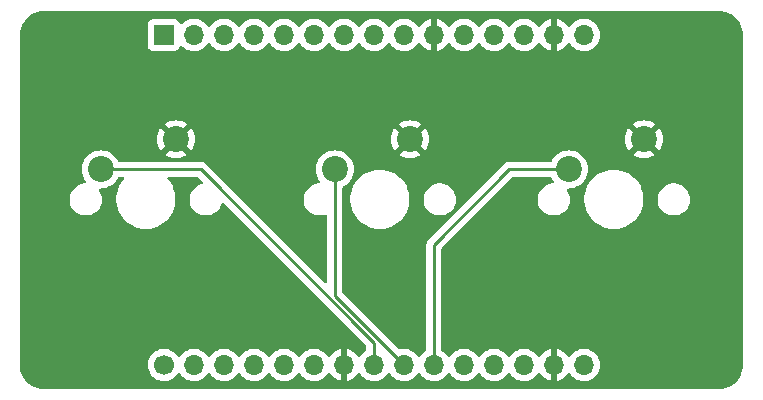
<source format=gbl>
%TF.GenerationSoftware,KiCad,Pcbnew,(6.0.4-0)*%
%TF.CreationDate,2022-04-05T18:33:42+02:00*%
%TF.ProjectId,smart-button,736d6172-742d-4627-9574-746f6e2e6b69,rev?*%
%TF.SameCoordinates,Original*%
%TF.FileFunction,Copper,L2,Bot*%
%TF.FilePolarity,Positive*%
%FSLAX46Y46*%
G04 Gerber Fmt 4.6, Leading zero omitted, Abs format (unit mm)*
G04 Created by KiCad (PCBNEW (6.0.4-0)) date 2022-04-05 18:33:42*
%MOMM*%
%LPD*%
G01*
G04 APERTURE LIST*
%TA.AperFunction,ComponentPad*%
%ADD10R,1.700000X1.700000*%
%TD*%
%TA.AperFunction,ComponentPad*%
%ADD11O,1.700000X1.700000*%
%TD*%
%TA.AperFunction,ComponentPad*%
%ADD12C,2.200000*%
%TD*%
%TA.AperFunction,ComponentPad*%
%ADD13C,1.700000*%
%TD*%
%TA.AperFunction,Conductor*%
%ADD14C,0.250000*%
%TD*%
G04 APERTURE END LIST*
D10*
X57150000Y-105410000D03*
D11*
X59690000Y-105410000D03*
X62230000Y-105410000D03*
X64770000Y-105410000D03*
X67310000Y-105410000D03*
X69850000Y-105410000D03*
X72390000Y-105410000D03*
X74930000Y-105410000D03*
X77470000Y-105410000D03*
X80010000Y-105410000D03*
X82550000Y-105410000D03*
X85090000Y-105410000D03*
X87630000Y-105410000D03*
X90170000Y-105410000D03*
X92710000Y-105410000D03*
D12*
X58166000Y-114246000D03*
X51816000Y-116786000D03*
X97790000Y-114246000D03*
X91440000Y-116786000D03*
D13*
X57155000Y-133350000D03*
D11*
X59695000Y-133350000D03*
X62235000Y-133350000D03*
X64775000Y-133350000D03*
X67315000Y-133350000D03*
X69855000Y-133350000D03*
X72395000Y-133350000D03*
X74935000Y-133350000D03*
X77475000Y-133350000D03*
X80015000Y-133350000D03*
X82555000Y-133350000D03*
X85095000Y-133350000D03*
X87635000Y-133350000D03*
X90175000Y-133350000D03*
X92715000Y-133350000D03*
D12*
X77978000Y-114246000D03*
X71628000Y-116786000D03*
D14*
X74935000Y-133350000D02*
X74935000Y-131445718D01*
X60275282Y-116786000D02*
X51816000Y-116786000D01*
X74935000Y-131445718D02*
X60275282Y-116786000D01*
X77475000Y-133350000D02*
X71628000Y-127503000D01*
X71628000Y-127503000D02*
X71628000Y-116786000D01*
X80015000Y-123185000D02*
X86414000Y-116786000D01*
X86414000Y-116786000D02*
X91440000Y-116786000D01*
X80015000Y-133350000D02*
X80015000Y-123185000D01*
%TA.AperFunction,Conductor*%
G36*
X104142018Y-103380000D02*
G01*
X104156851Y-103382310D01*
X104156855Y-103382310D01*
X104165724Y-103383691D01*
X104174626Y-103382527D01*
X104174629Y-103382527D01*
X104182012Y-103381561D01*
X104206591Y-103380767D01*
X104231062Y-103382371D01*
X104428922Y-103395340D01*
X104445262Y-103397491D01*
X104567477Y-103421801D01*
X104689696Y-103446112D01*
X104705606Y-103450375D01*
X104941600Y-103530484D01*
X104956826Y-103536791D01*
X105180342Y-103647016D01*
X105194616Y-103655257D01*
X105401829Y-103793713D01*
X105414905Y-103803746D01*
X105602278Y-103968068D01*
X105613932Y-103979722D01*
X105778254Y-104167095D01*
X105788287Y-104180171D01*
X105926743Y-104387384D01*
X105934984Y-104401658D01*
X106045209Y-104625174D01*
X106051515Y-104640398D01*
X106131625Y-104876394D01*
X106135889Y-104892307D01*
X106184509Y-105136738D01*
X106186660Y-105153078D01*
X106200763Y-105368236D01*
X106199733Y-105391350D01*
X106199690Y-105394853D01*
X106198309Y-105403724D01*
X106202390Y-105434931D01*
X106203453Y-105451396D01*
X106178497Y-127240595D01*
X106171557Y-133300411D01*
X106170057Y-133319652D01*
X106167690Y-133334851D01*
X106167690Y-133334855D01*
X106166309Y-133343724D01*
X106167570Y-133353365D01*
X106168451Y-133360102D01*
X106169250Y-133384616D01*
X106154929Y-133604889D01*
X106152812Y-133621100D01*
X106104963Y-133863660D01*
X106100765Y-133879460D01*
X106021912Y-134113785D01*
X106015703Y-134128909D01*
X106002913Y-134155088D01*
X105918808Y-134327240D01*
X105907179Y-134351042D01*
X105899066Y-134365233D01*
X105830554Y-134468831D01*
X105762685Y-134571457D01*
X105752802Y-134584478D01*
X105725106Y-134616433D01*
X105590869Y-134771306D01*
X105579382Y-134782939D01*
X105394628Y-134947222D01*
X105381732Y-134957270D01*
X105177259Y-135096250D01*
X105163170Y-135104544D01*
X104942424Y-135215879D01*
X104927380Y-135222279D01*
X104694075Y-135304096D01*
X104678328Y-135308494D01*
X104436391Y-135359414D01*
X104420208Y-135361736D01*
X104207289Y-135378291D01*
X104183803Y-135377538D01*
X104180652Y-135377540D01*
X104171764Y-135376271D01*
X104145810Y-135380000D01*
X104144286Y-135380219D01*
X104126367Y-135381500D01*
X47023367Y-135381500D01*
X47003982Y-135380000D01*
X46989149Y-135377690D01*
X46989145Y-135377690D01*
X46980276Y-135376309D01*
X46971374Y-135377473D01*
X46971371Y-135377473D01*
X46963988Y-135378439D01*
X46939409Y-135379233D01*
X46894799Y-135376309D01*
X46717078Y-135364660D01*
X46700738Y-135362509D01*
X46578523Y-135338199D01*
X46456304Y-135313888D01*
X46440394Y-135309625D01*
X46204398Y-135229515D01*
X46189174Y-135223209D01*
X45965658Y-135112984D01*
X45951384Y-135104743D01*
X45744171Y-134966287D01*
X45731095Y-134956254D01*
X45543722Y-134791932D01*
X45532068Y-134780278D01*
X45367746Y-134592905D01*
X45357713Y-134579829D01*
X45219257Y-134372616D01*
X45211016Y-134358342D01*
X45100791Y-134134826D01*
X45094484Y-134119600D01*
X45071886Y-134053028D01*
X45014375Y-133883606D01*
X45010111Y-133867693D01*
X45005967Y-133846857D01*
X44961491Y-133623262D01*
X44959340Y-133606922D01*
X44945476Y-133395407D01*
X44946650Y-133372232D01*
X44946334Y-133372204D01*
X44946770Y-133367344D01*
X44947576Y-133362552D01*
X44947729Y-133350000D01*
X44947040Y-133345189D01*
X44947039Y-133345173D01*
X44943799Y-133322552D01*
X44943383Y-133316695D01*
X55792251Y-133316695D01*
X55792548Y-133321848D01*
X55792548Y-133321851D01*
X55798011Y-133416590D01*
X55805110Y-133539715D01*
X55806247Y-133544761D01*
X55806248Y-133544767D01*
X55819798Y-133604889D01*
X55854222Y-133757639D01*
X55938266Y-133964616D01*
X55989019Y-134047438D01*
X56052291Y-134150688D01*
X56054987Y-134155088D01*
X56201250Y-134323938D01*
X56373126Y-134466632D01*
X56566000Y-134579338D01*
X56570825Y-134581180D01*
X56570826Y-134581181D01*
X56585276Y-134586699D01*
X56774692Y-134659030D01*
X56779760Y-134660061D01*
X56779763Y-134660062D01*
X56874862Y-134679410D01*
X56993597Y-134703567D01*
X56998772Y-134703757D01*
X56998774Y-134703757D01*
X57211673Y-134711564D01*
X57211677Y-134711564D01*
X57216837Y-134711753D01*
X57221957Y-134711097D01*
X57221959Y-134711097D01*
X57433288Y-134684025D01*
X57433289Y-134684025D01*
X57438416Y-134683368D01*
X57443366Y-134681883D01*
X57647429Y-134620661D01*
X57647434Y-134620659D01*
X57652384Y-134619174D01*
X57852994Y-134520896D01*
X58034860Y-134391173D01*
X58075132Y-134351042D01*
X58116209Y-134310107D01*
X58193096Y-134233489D01*
X58252594Y-134150689D01*
X58323453Y-134052077D01*
X58324776Y-134053028D01*
X58371645Y-134009857D01*
X58441580Y-133997625D01*
X58507026Y-134025144D01*
X58534875Y-134056994D01*
X58594987Y-134155088D01*
X58741250Y-134323938D01*
X58913126Y-134466632D01*
X59106000Y-134579338D01*
X59110825Y-134581180D01*
X59110826Y-134581181D01*
X59125276Y-134586699D01*
X59314692Y-134659030D01*
X59319760Y-134660061D01*
X59319763Y-134660062D01*
X59414862Y-134679410D01*
X59533597Y-134703567D01*
X59538772Y-134703757D01*
X59538774Y-134703757D01*
X59751673Y-134711564D01*
X59751677Y-134711564D01*
X59756837Y-134711753D01*
X59761957Y-134711097D01*
X59761959Y-134711097D01*
X59973288Y-134684025D01*
X59973289Y-134684025D01*
X59978416Y-134683368D01*
X59983366Y-134681883D01*
X60187429Y-134620661D01*
X60187434Y-134620659D01*
X60192384Y-134619174D01*
X60392994Y-134520896D01*
X60574860Y-134391173D01*
X60615132Y-134351042D01*
X60656209Y-134310107D01*
X60733096Y-134233489D01*
X60792594Y-134150689D01*
X60863453Y-134052077D01*
X60864776Y-134053028D01*
X60911645Y-134009857D01*
X60981580Y-133997625D01*
X61047026Y-134025144D01*
X61074875Y-134056994D01*
X61134987Y-134155088D01*
X61281250Y-134323938D01*
X61453126Y-134466632D01*
X61646000Y-134579338D01*
X61650825Y-134581180D01*
X61650826Y-134581181D01*
X61665276Y-134586699D01*
X61854692Y-134659030D01*
X61859760Y-134660061D01*
X61859763Y-134660062D01*
X61954862Y-134679410D01*
X62073597Y-134703567D01*
X62078772Y-134703757D01*
X62078774Y-134703757D01*
X62291673Y-134711564D01*
X62291677Y-134711564D01*
X62296837Y-134711753D01*
X62301957Y-134711097D01*
X62301959Y-134711097D01*
X62513288Y-134684025D01*
X62513289Y-134684025D01*
X62518416Y-134683368D01*
X62523366Y-134681883D01*
X62727429Y-134620661D01*
X62727434Y-134620659D01*
X62732384Y-134619174D01*
X62932994Y-134520896D01*
X63114860Y-134391173D01*
X63155132Y-134351042D01*
X63196209Y-134310107D01*
X63273096Y-134233489D01*
X63332594Y-134150689D01*
X63403453Y-134052077D01*
X63404776Y-134053028D01*
X63451645Y-134009857D01*
X63521580Y-133997625D01*
X63587026Y-134025144D01*
X63614875Y-134056994D01*
X63674987Y-134155088D01*
X63821250Y-134323938D01*
X63993126Y-134466632D01*
X64186000Y-134579338D01*
X64190825Y-134581180D01*
X64190826Y-134581181D01*
X64205276Y-134586699D01*
X64394692Y-134659030D01*
X64399760Y-134660061D01*
X64399763Y-134660062D01*
X64494862Y-134679410D01*
X64613597Y-134703567D01*
X64618772Y-134703757D01*
X64618774Y-134703757D01*
X64831673Y-134711564D01*
X64831677Y-134711564D01*
X64836837Y-134711753D01*
X64841957Y-134711097D01*
X64841959Y-134711097D01*
X65053288Y-134684025D01*
X65053289Y-134684025D01*
X65058416Y-134683368D01*
X65063366Y-134681883D01*
X65267429Y-134620661D01*
X65267434Y-134620659D01*
X65272384Y-134619174D01*
X65472994Y-134520896D01*
X65654860Y-134391173D01*
X65695132Y-134351042D01*
X65736209Y-134310107D01*
X65813096Y-134233489D01*
X65872594Y-134150689D01*
X65943453Y-134052077D01*
X65944776Y-134053028D01*
X65991645Y-134009857D01*
X66061580Y-133997625D01*
X66127026Y-134025144D01*
X66154875Y-134056994D01*
X66214987Y-134155088D01*
X66361250Y-134323938D01*
X66533126Y-134466632D01*
X66726000Y-134579338D01*
X66730825Y-134581180D01*
X66730826Y-134581181D01*
X66745276Y-134586699D01*
X66934692Y-134659030D01*
X66939760Y-134660061D01*
X66939763Y-134660062D01*
X67034862Y-134679410D01*
X67153597Y-134703567D01*
X67158772Y-134703757D01*
X67158774Y-134703757D01*
X67371673Y-134711564D01*
X67371677Y-134711564D01*
X67376837Y-134711753D01*
X67381957Y-134711097D01*
X67381959Y-134711097D01*
X67593288Y-134684025D01*
X67593289Y-134684025D01*
X67598416Y-134683368D01*
X67603366Y-134681883D01*
X67807429Y-134620661D01*
X67807434Y-134620659D01*
X67812384Y-134619174D01*
X68012994Y-134520896D01*
X68194860Y-134391173D01*
X68235132Y-134351042D01*
X68276209Y-134310107D01*
X68353096Y-134233489D01*
X68412594Y-134150689D01*
X68483453Y-134052077D01*
X68484776Y-134053028D01*
X68531645Y-134009857D01*
X68601580Y-133997625D01*
X68667026Y-134025144D01*
X68694875Y-134056994D01*
X68754987Y-134155088D01*
X68901250Y-134323938D01*
X69073126Y-134466632D01*
X69266000Y-134579338D01*
X69270825Y-134581180D01*
X69270826Y-134581181D01*
X69285276Y-134586699D01*
X69474692Y-134659030D01*
X69479760Y-134660061D01*
X69479763Y-134660062D01*
X69574862Y-134679410D01*
X69693597Y-134703567D01*
X69698772Y-134703757D01*
X69698774Y-134703757D01*
X69911673Y-134711564D01*
X69911677Y-134711564D01*
X69916837Y-134711753D01*
X69921957Y-134711097D01*
X69921959Y-134711097D01*
X70133288Y-134684025D01*
X70133289Y-134684025D01*
X70138416Y-134683368D01*
X70143366Y-134681883D01*
X70347429Y-134620661D01*
X70347434Y-134620659D01*
X70352384Y-134619174D01*
X70552994Y-134520896D01*
X70734860Y-134391173D01*
X70775132Y-134351042D01*
X70816209Y-134310107D01*
X70893096Y-134233489D01*
X70952594Y-134150689D01*
X71023453Y-134052077D01*
X71024640Y-134052930D01*
X71071960Y-134009362D01*
X71141897Y-133997145D01*
X71207338Y-134024678D01*
X71235166Y-134056511D01*
X71292694Y-134150388D01*
X71298777Y-134158699D01*
X71438213Y-134319667D01*
X71445580Y-134326883D01*
X71609434Y-134462916D01*
X71617881Y-134468831D01*
X71801756Y-134576279D01*
X71811042Y-134580729D01*
X72010001Y-134656703D01*
X72019899Y-134659579D01*
X72123250Y-134680606D01*
X72137299Y-134679410D01*
X72141000Y-134669065D01*
X72141000Y-132033102D01*
X72137082Y-132019758D01*
X72122806Y-132017771D01*
X72084324Y-132023660D01*
X72074288Y-132026051D01*
X71871868Y-132092212D01*
X71862359Y-132096209D01*
X71673463Y-132194542D01*
X71664738Y-132200036D01*
X71494433Y-132327905D01*
X71486726Y-132334748D01*
X71339590Y-132488717D01*
X71333109Y-132496722D01*
X71228498Y-132650074D01*
X71173587Y-132695076D01*
X71103062Y-132703247D01*
X71039315Y-132671993D01*
X71018618Y-132647509D01*
X70937822Y-132522617D01*
X70937820Y-132522614D01*
X70935014Y-132518277D01*
X70784670Y-132353051D01*
X70780619Y-132349852D01*
X70780615Y-132349848D01*
X70613414Y-132217800D01*
X70613410Y-132217798D01*
X70609359Y-132214598D01*
X70604831Y-132212098D01*
X70488988Y-132148150D01*
X70413789Y-132106638D01*
X70408920Y-132104914D01*
X70408916Y-132104912D01*
X70208087Y-132033795D01*
X70208083Y-132033794D01*
X70203212Y-132032069D01*
X70198119Y-132031162D01*
X70198116Y-132031161D01*
X69988373Y-131993800D01*
X69988367Y-131993799D01*
X69983284Y-131992894D01*
X69909452Y-131991992D01*
X69765081Y-131990228D01*
X69765079Y-131990228D01*
X69759911Y-131990165D01*
X69539091Y-132023955D01*
X69326756Y-132093357D01*
X69249853Y-132133390D01*
X69152975Y-132183822D01*
X69128607Y-132196507D01*
X69124474Y-132199610D01*
X69124471Y-132199612D01*
X69100247Y-132217800D01*
X68949965Y-132330635D01*
X68795629Y-132492138D01*
X68688201Y-132649621D01*
X68633293Y-132694621D01*
X68562768Y-132702792D01*
X68499021Y-132671538D01*
X68478324Y-132647054D01*
X68397822Y-132522617D01*
X68397820Y-132522614D01*
X68395014Y-132518277D01*
X68244670Y-132353051D01*
X68240619Y-132349852D01*
X68240615Y-132349848D01*
X68073414Y-132217800D01*
X68073410Y-132217798D01*
X68069359Y-132214598D01*
X68064831Y-132212098D01*
X67948988Y-132148150D01*
X67873789Y-132106638D01*
X67868920Y-132104914D01*
X67868916Y-132104912D01*
X67668087Y-132033795D01*
X67668083Y-132033794D01*
X67663212Y-132032069D01*
X67658119Y-132031162D01*
X67658116Y-132031161D01*
X67448373Y-131993800D01*
X67448367Y-131993799D01*
X67443284Y-131992894D01*
X67369452Y-131991992D01*
X67225081Y-131990228D01*
X67225079Y-131990228D01*
X67219911Y-131990165D01*
X66999091Y-132023955D01*
X66786756Y-132093357D01*
X66709853Y-132133390D01*
X66612975Y-132183822D01*
X66588607Y-132196507D01*
X66584474Y-132199610D01*
X66584471Y-132199612D01*
X66560247Y-132217800D01*
X66409965Y-132330635D01*
X66255629Y-132492138D01*
X66148201Y-132649621D01*
X66093293Y-132694621D01*
X66022768Y-132702792D01*
X65959021Y-132671538D01*
X65938324Y-132647054D01*
X65857822Y-132522617D01*
X65857820Y-132522614D01*
X65855014Y-132518277D01*
X65704670Y-132353051D01*
X65700619Y-132349852D01*
X65700615Y-132349848D01*
X65533414Y-132217800D01*
X65533410Y-132217798D01*
X65529359Y-132214598D01*
X65524831Y-132212098D01*
X65408988Y-132148150D01*
X65333789Y-132106638D01*
X65328920Y-132104914D01*
X65328916Y-132104912D01*
X65128087Y-132033795D01*
X65128083Y-132033794D01*
X65123212Y-132032069D01*
X65118119Y-132031162D01*
X65118116Y-132031161D01*
X64908373Y-131993800D01*
X64908367Y-131993799D01*
X64903284Y-131992894D01*
X64829452Y-131991992D01*
X64685081Y-131990228D01*
X64685079Y-131990228D01*
X64679911Y-131990165D01*
X64459091Y-132023955D01*
X64246756Y-132093357D01*
X64169853Y-132133390D01*
X64072975Y-132183822D01*
X64048607Y-132196507D01*
X64044474Y-132199610D01*
X64044471Y-132199612D01*
X64020247Y-132217800D01*
X63869965Y-132330635D01*
X63715629Y-132492138D01*
X63608201Y-132649621D01*
X63553293Y-132694621D01*
X63482768Y-132702792D01*
X63419021Y-132671538D01*
X63398324Y-132647054D01*
X63317822Y-132522617D01*
X63317820Y-132522614D01*
X63315014Y-132518277D01*
X63164670Y-132353051D01*
X63160619Y-132349852D01*
X63160615Y-132349848D01*
X62993414Y-132217800D01*
X62993410Y-132217798D01*
X62989359Y-132214598D01*
X62984831Y-132212098D01*
X62868988Y-132148150D01*
X62793789Y-132106638D01*
X62788920Y-132104914D01*
X62788916Y-132104912D01*
X62588087Y-132033795D01*
X62588083Y-132033794D01*
X62583212Y-132032069D01*
X62578119Y-132031162D01*
X62578116Y-132031161D01*
X62368373Y-131993800D01*
X62368367Y-131993799D01*
X62363284Y-131992894D01*
X62289452Y-131991992D01*
X62145081Y-131990228D01*
X62145079Y-131990228D01*
X62139911Y-131990165D01*
X61919091Y-132023955D01*
X61706756Y-132093357D01*
X61629853Y-132133390D01*
X61532975Y-132183822D01*
X61508607Y-132196507D01*
X61504474Y-132199610D01*
X61504471Y-132199612D01*
X61480247Y-132217800D01*
X61329965Y-132330635D01*
X61175629Y-132492138D01*
X61068201Y-132649621D01*
X61013293Y-132694621D01*
X60942768Y-132702792D01*
X60879021Y-132671538D01*
X60858324Y-132647054D01*
X60777822Y-132522617D01*
X60777820Y-132522614D01*
X60775014Y-132518277D01*
X60624670Y-132353051D01*
X60620619Y-132349852D01*
X60620615Y-132349848D01*
X60453414Y-132217800D01*
X60453410Y-132217798D01*
X60449359Y-132214598D01*
X60444831Y-132212098D01*
X60328988Y-132148150D01*
X60253789Y-132106638D01*
X60248920Y-132104914D01*
X60248916Y-132104912D01*
X60048087Y-132033795D01*
X60048083Y-132033794D01*
X60043212Y-132032069D01*
X60038119Y-132031162D01*
X60038116Y-132031161D01*
X59828373Y-131993800D01*
X59828367Y-131993799D01*
X59823284Y-131992894D01*
X59749452Y-131991992D01*
X59605081Y-131990228D01*
X59605079Y-131990228D01*
X59599911Y-131990165D01*
X59379091Y-132023955D01*
X59166756Y-132093357D01*
X59089853Y-132133390D01*
X58992975Y-132183822D01*
X58968607Y-132196507D01*
X58964474Y-132199610D01*
X58964471Y-132199612D01*
X58940247Y-132217800D01*
X58789965Y-132330635D01*
X58635629Y-132492138D01*
X58528201Y-132649621D01*
X58473293Y-132694621D01*
X58402768Y-132702792D01*
X58339021Y-132671538D01*
X58318324Y-132647054D01*
X58237822Y-132522617D01*
X58237820Y-132522614D01*
X58235014Y-132518277D01*
X58084670Y-132353051D01*
X58080619Y-132349852D01*
X58080615Y-132349848D01*
X57913414Y-132217800D01*
X57913410Y-132217798D01*
X57909359Y-132214598D01*
X57904831Y-132212098D01*
X57788988Y-132148150D01*
X57713789Y-132106638D01*
X57708920Y-132104914D01*
X57708916Y-132104912D01*
X57508087Y-132033795D01*
X57508083Y-132033794D01*
X57503212Y-132032069D01*
X57498119Y-132031162D01*
X57498116Y-132031161D01*
X57288373Y-131993800D01*
X57288367Y-131993799D01*
X57283284Y-131992894D01*
X57209452Y-131991992D01*
X57065081Y-131990228D01*
X57065079Y-131990228D01*
X57059911Y-131990165D01*
X56839091Y-132023955D01*
X56626756Y-132093357D01*
X56549853Y-132133390D01*
X56452975Y-132183822D01*
X56428607Y-132196507D01*
X56424474Y-132199610D01*
X56424471Y-132199612D01*
X56400247Y-132217800D01*
X56249965Y-132330635D01*
X56095629Y-132492138D01*
X55969743Y-132676680D01*
X55875688Y-132879305D01*
X55815989Y-133094570D01*
X55792251Y-133316695D01*
X44943383Y-133316695D01*
X44942526Y-133304618D01*
X44942529Y-133300411D01*
X44950568Y-119261774D01*
X49184102Y-119261774D01*
X49192751Y-119492158D01*
X49240093Y-119717791D01*
X49324776Y-119932221D01*
X49444377Y-120129317D01*
X49447874Y-120133347D01*
X49534438Y-120233103D01*
X49595477Y-120303445D01*
X49599608Y-120306832D01*
X49769627Y-120446240D01*
X49769633Y-120446244D01*
X49773755Y-120449624D01*
X49778391Y-120452263D01*
X49778394Y-120452265D01*
X49887422Y-120514327D01*
X49974114Y-120563675D01*
X50190825Y-120642337D01*
X50196074Y-120643286D01*
X50196077Y-120643287D01*
X50413608Y-120682623D01*
X50413615Y-120682624D01*
X50417692Y-120683361D01*
X50435414Y-120684197D01*
X50440356Y-120684430D01*
X50440363Y-120684430D01*
X50441844Y-120684500D01*
X50603890Y-120684500D01*
X50670809Y-120678822D01*
X50770409Y-120670371D01*
X50770413Y-120670370D01*
X50775720Y-120669920D01*
X50780875Y-120668582D01*
X50780881Y-120668581D01*
X50993703Y-120613343D01*
X50993707Y-120613342D01*
X50998872Y-120612001D01*
X51003738Y-120609809D01*
X51003741Y-120609808D01*
X51204202Y-120519507D01*
X51209075Y-120517312D01*
X51400319Y-120388559D01*
X51567135Y-120229424D01*
X51704754Y-120044458D01*
X51809240Y-119838949D01*
X51822274Y-119796975D01*
X51876024Y-119623871D01*
X51877607Y-119618773D01*
X51880460Y-119597249D01*
X51907198Y-119395511D01*
X51907198Y-119395506D01*
X51907898Y-119390226D01*
X51899249Y-119159842D01*
X51851907Y-118934209D01*
X51767224Y-118719779D01*
X51688261Y-118589653D01*
X51670023Y-118521041D01*
X51691774Y-118453459D01*
X51746610Y-118408364D01*
X51805861Y-118398677D01*
X51811061Y-118399086D01*
X51811070Y-118399086D01*
X51816000Y-118399474D01*
X52068403Y-118379609D01*
X52073210Y-118378455D01*
X52073216Y-118378454D01*
X52229968Y-118340821D01*
X52314591Y-118320505D01*
X52319164Y-118318611D01*
X52543928Y-118225511D01*
X52543932Y-118225509D01*
X52548502Y-118223616D01*
X52764376Y-118091328D01*
X52956898Y-117926898D01*
X53121328Y-117734376D01*
X53253616Y-117518502D01*
X53262199Y-117497781D01*
X53262407Y-117497280D01*
X53306956Y-117442000D01*
X53378815Y-117419500D01*
X53683990Y-117419500D01*
X53752111Y-117439502D01*
X53798604Y-117493158D01*
X53808708Y-117563432D01*
X53775840Y-117631753D01*
X53689346Y-117723860D01*
X53503816Y-117979221D01*
X53501909Y-117982690D01*
X53501907Y-117982693D01*
X53364625Y-118232407D01*
X53351753Y-118255821D01*
X53350300Y-118259490D01*
X53350298Y-118259495D01*
X53285730Y-118422576D01*
X53235557Y-118549298D01*
X53157060Y-118855025D01*
X53117500Y-119168179D01*
X53117500Y-119483821D01*
X53157060Y-119796975D01*
X53235557Y-120102702D01*
X53237010Y-120106371D01*
X53237010Y-120106372D01*
X53347279Y-120384878D01*
X53351753Y-120396179D01*
X53353659Y-120399647D01*
X53353660Y-120399648D01*
X53487603Y-120643287D01*
X53503816Y-120672779D01*
X53689346Y-120928140D01*
X53905418Y-121158233D01*
X54148625Y-121359432D01*
X54415131Y-121528562D01*
X54418710Y-121530246D01*
X54418717Y-121530250D01*
X54697144Y-121661267D01*
X54697148Y-121661269D01*
X54700734Y-121662956D01*
X55000928Y-121760495D01*
X55310980Y-121819641D01*
X55547162Y-121834500D01*
X55704838Y-121834500D01*
X55941020Y-121819641D01*
X56251072Y-121760495D01*
X56551266Y-121662956D01*
X56554852Y-121661269D01*
X56554856Y-121661267D01*
X56833283Y-121530250D01*
X56833290Y-121530246D01*
X56836869Y-121528562D01*
X57103375Y-121359432D01*
X57346582Y-121158233D01*
X57562654Y-120928140D01*
X57748184Y-120672779D01*
X57764398Y-120643287D01*
X57898340Y-120399648D01*
X57898341Y-120399647D01*
X57900247Y-120396179D01*
X57904722Y-120384878D01*
X58014990Y-120106372D01*
X58014990Y-120106371D01*
X58016443Y-120102702D01*
X58094940Y-119796975D01*
X58134500Y-119483821D01*
X58134500Y-119168179D01*
X58094940Y-118855025D01*
X58016443Y-118549298D01*
X57966270Y-118422576D01*
X57901702Y-118259495D01*
X57901700Y-118259490D01*
X57900247Y-118255821D01*
X57887375Y-118232407D01*
X57750093Y-117982693D01*
X57750091Y-117982690D01*
X57748184Y-117979221D01*
X57562654Y-117723860D01*
X57476160Y-117631753D01*
X57444109Y-117568403D01*
X57451396Y-117497781D01*
X57495707Y-117442310D01*
X57568010Y-117419500D01*
X59960688Y-117419500D01*
X60028809Y-117439502D01*
X60049783Y-117456405D01*
X60399294Y-117805916D01*
X60433320Y-117868228D01*
X60428255Y-117939043D01*
X60385708Y-117995879D01*
X60341854Y-118016970D01*
X60258294Y-118038658D01*
X60258292Y-118038659D01*
X60253128Y-118039999D01*
X60248262Y-118042191D01*
X60248259Y-118042192D01*
X60139980Y-118090968D01*
X60042925Y-118134688D01*
X59851681Y-118263441D01*
X59684865Y-118422576D01*
X59547246Y-118607542D01*
X59442760Y-118813051D01*
X59441178Y-118818145D01*
X59441177Y-118818148D01*
X59379115Y-119018020D01*
X59374393Y-119033227D01*
X59373692Y-119038516D01*
X59358304Y-119154623D01*
X59344102Y-119261774D01*
X59352751Y-119492158D01*
X59400093Y-119717791D01*
X59484776Y-119932221D01*
X59604377Y-120129317D01*
X59607874Y-120133347D01*
X59694438Y-120233103D01*
X59755477Y-120303445D01*
X59759608Y-120306832D01*
X59929627Y-120446240D01*
X59929633Y-120446244D01*
X59933755Y-120449624D01*
X59938391Y-120452263D01*
X59938394Y-120452265D01*
X60047422Y-120514327D01*
X60134114Y-120563675D01*
X60350825Y-120642337D01*
X60356074Y-120643286D01*
X60356077Y-120643287D01*
X60573608Y-120682623D01*
X60573615Y-120682624D01*
X60577692Y-120683361D01*
X60595414Y-120684197D01*
X60600356Y-120684430D01*
X60600363Y-120684430D01*
X60601844Y-120684500D01*
X60763890Y-120684500D01*
X60830809Y-120678822D01*
X60930409Y-120670371D01*
X60930413Y-120670370D01*
X60935720Y-120669920D01*
X60940875Y-120668582D01*
X60940881Y-120668581D01*
X61153703Y-120613343D01*
X61153707Y-120613342D01*
X61158872Y-120612001D01*
X61163738Y-120609809D01*
X61163741Y-120609808D01*
X61364202Y-120519507D01*
X61369075Y-120517312D01*
X61560319Y-120388559D01*
X61727135Y-120229424D01*
X61864754Y-120044458D01*
X61969240Y-119838949D01*
X61981083Y-119800810D01*
X62017085Y-119684865D01*
X62056388Y-119625739D01*
X62121417Y-119597249D01*
X62191526Y-119608439D01*
X62226512Y-119633134D01*
X74264595Y-131671218D01*
X74298621Y-131733530D01*
X74301500Y-131760313D01*
X74301500Y-132071692D01*
X74281498Y-132139813D01*
X74233683Y-132183453D01*
X74208607Y-132196507D01*
X74204474Y-132199610D01*
X74204471Y-132199612D01*
X74180247Y-132217800D01*
X74029965Y-132330635D01*
X73875629Y-132492138D01*
X73768204Y-132649618D01*
X73767898Y-132650066D01*
X73712987Y-132695069D01*
X73642462Y-132703240D01*
X73578715Y-132671986D01*
X73558018Y-132647502D01*
X73477426Y-132522926D01*
X73471136Y-132514757D01*
X73327806Y-132357240D01*
X73320273Y-132350215D01*
X73153139Y-132218222D01*
X73144552Y-132212517D01*
X72958117Y-132109599D01*
X72948705Y-132105369D01*
X72747959Y-132034280D01*
X72737988Y-132031646D01*
X72666837Y-132018972D01*
X72653540Y-132020432D01*
X72649000Y-132034989D01*
X72649000Y-134668517D01*
X72653064Y-134682359D01*
X72666478Y-134684393D01*
X72673184Y-134683534D01*
X72683262Y-134681392D01*
X72887255Y-134620191D01*
X72896842Y-134616433D01*
X73088095Y-134522739D01*
X73096945Y-134517464D01*
X73270328Y-134393792D01*
X73278200Y-134387139D01*
X73429052Y-134236812D01*
X73435730Y-134228965D01*
X73563022Y-134051819D01*
X73564279Y-134052722D01*
X73611373Y-134009362D01*
X73681311Y-133997145D01*
X73746751Y-134024678D01*
X73774579Y-134056511D01*
X73834987Y-134155088D01*
X73981250Y-134323938D01*
X74153126Y-134466632D01*
X74346000Y-134579338D01*
X74350825Y-134581180D01*
X74350826Y-134581181D01*
X74365276Y-134586699D01*
X74554692Y-134659030D01*
X74559760Y-134660061D01*
X74559763Y-134660062D01*
X74654862Y-134679410D01*
X74773597Y-134703567D01*
X74778772Y-134703757D01*
X74778774Y-134703757D01*
X74991673Y-134711564D01*
X74991677Y-134711564D01*
X74996837Y-134711753D01*
X75001957Y-134711097D01*
X75001959Y-134711097D01*
X75213288Y-134684025D01*
X75213289Y-134684025D01*
X75218416Y-134683368D01*
X75223366Y-134681883D01*
X75427429Y-134620661D01*
X75427434Y-134620659D01*
X75432384Y-134619174D01*
X75632994Y-134520896D01*
X75814860Y-134391173D01*
X75855132Y-134351042D01*
X75896209Y-134310107D01*
X75973096Y-134233489D01*
X76032594Y-134150689D01*
X76103453Y-134052077D01*
X76104776Y-134053028D01*
X76151645Y-134009857D01*
X76221580Y-133997625D01*
X76287026Y-134025144D01*
X76314875Y-134056994D01*
X76374987Y-134155088D01*
X76521250Y-134323938D01*
X76693126Y-134466632D01*
X76886000Y-134579338D01*
X76890825Y-134581180D01*
X76890826Y-134581181D01*
X76905276Y-134586699D01*
X77094692Y-134659030D01*
X77099760Y-134660061D01*
X77099763Y-134660062D01*
X77194862Y-134679410D01*
X77313597Y-134703567D01*
X77318772Y-134703757D01*
X77318774Y-134703757D01*
X77531673Y-134711564D01*
X77531677Y-134711564D01*
X77536837Y-134711753D01*
X77541957Y-134711097D01*
X77541959Y-134711097D01*
X77753288Y-134684025D01*
X77753289Y-134684025D01*
X77758416Y-134683368D01*
X77763366Y-134681883D01*
X77967429Y-134620661D01*
X77967434Y-134620659D01*
X77972384Y-134619174D01*
X78172994Y-134520896D01*
X78354860Y-134391173D01*
X78395132Y-134351042D01*
X78436209Y-134310107D01*
X78513096Y-134233489D01*
X78572594Y-134150689D01*
X78643453Y-134052077D01*
X78644776Y-134053028D01*
X78691645Y-134009857D01*
X78761580Y-133997625D01*
X78827026Y-134025144D01*
X78854875Y-134056994D01*
X78914987Y-134155088D01*
X79061250Y-134323938D01*
X79233126Y-134466632D01*
X79426000Y-134579338D01*
X79430825Y-134581180D01*
X79430826Y-134581181D01*
X79445276Y-134586699D01*
X79634692Y-134659030D01*
X79639760Y-134660061D01*
X79639763Y-134660062D01*
X79734862Y-134679410D01*
X79853597Y-134703567D01*
X79858772Y-134703757D01*
X79858774Y-134703757D01*
X80071673Y-134711564D01*
X80071677Y-134711564D01*
X80076837Y-134711753D01*
X80081957Y-134711097D01*
X80081959Y-134711097D01*
X80293288Y-134684025D01*
X80293289Y-134684025D01*
X80298416Y-134683368D01*
X80303366Y-134681883D01*
X80507429Y-134620661D01*
X80507434Y-134620659D01*
X80512384Y-134619174D01*
X80712994Y-134520896D01*
X80894860Y-134391173D01*
X80935132Y-134351042D01*
X80976209Y-134310107D01*
X81053096Y-134233489D01*
X81112594Y-134150689D01*
X81183453Y-134052077D01*
X81184776Y-134053028D01*
X81231645Y-134009857D01*
X81301580Y-133997625D01*
X81367026Y-134025144D01*
X81394875Y-134056994D01*
X81454987Y-134155088D01*
X81601250Y-134323938D01*
X81773126Y-134466632D01*
X81966000Y-134579338D01*
X81970825Y-134581180D01*
X81970826Y-134581181D01*
X81985276Y-134586699D01*
X82174692Y-134659030D01*
X82179760Y-134660061D01*
X82179763Y-134660062D01*
X82274862Y-134679410D01*
X82393597Y-134703567D01*
X82398772Y-134703757D01*
X82398774Y-134703757D01*
X82611673Y-134711564D01*
X82611677Y-134711564D01*
X82616837Y-134711753D01*
X82621957Y-134711097D01*
X82621959Y-134711097D01*
X82833288Y-134684025D01*
X82833289Y-134684025D01*
X82838416Y-134683368D01*
X82843366Y-134681883D01*
X83047429Y-134620661D01*
X83047434Y-134620659D01*
X83052384Y-134619174D01*
X83252994Y-134520896D01*
X83434860Y-134391173D01*
X83475132Y-134351042D01*
X83516209Y-134310107D01*
X83593096Y-134233489D01*
X83652594Y-134150689D01*
X83723453Y-134052077D01*
X83724776Y-134053028D01*
X83771645Y-134009857D01*
X83841580Y-133997625D01*
X83907026Y-134025144D01*
X83934875Y-134056994D01*
X83994987Y-134155088D01*
X84141250Y-134323938D01*
X84313126Y-134466632D01*
X84506000Y-134579338D01*
X84510825Y-134581180D01*
X84510826Y-134581181D01*
X84525276Y-134586699D01*
X84714692Y-134659030D01*
X84719760Y-134660061D01*
X84719763Y-134660062D01*
X84814862Y-134679410D01*
X84933597Y-134703567D01*
X84938772Y-134703757D01*
X84938774Y-134703757D01*
X85151673Y-134711564D01*
X85151677Y-134711564D01*
X85156837Y-134711753D01*
X85161957Y-134711097D01*
X85161959Y-134711097D01*
X85373288Y-134684025D01*
X85373289Y-134684025D01*
X85378416Y-134683368D01*
X85383366Y-134681883D01*
X85587429Y-134620661D01*
X85587434Y-134620659D01*
X85592384Y-134619174D01*
X85792994Y-134520896D01*
X85974860Y-134391173D01*
X86015132Y-134351042D01*
X86056209Y-134310107D01*
X86133096Y-134233489D01*
X86192594Y-134150689D01*
X86263453Y-134052077D01*
X86264776Y-134053028D01*
X86311645Y-134009857D01*
X86381580Y-133997625D01*
X86447026Y-134025144D01*
X86474875Y-134056994D01*
X86534987Y-134155088D01*
X86681250Y-134323938D01*
X86853126Y-134466632D01*
X87046000Y-134579338D01*
X87050825Y-134581180D01*
X87050826Y-134581181D01*
X87065276Y-134586699D01*
X87254692Y-134659030D01*
X87259760Y-134660061D01*
X87259763Y-134660062D01*
X87354862Y-134679410D01*
X87473597Y-134703567D01*
X87478772Y-134703757D01*
X87478774Y-134703757D01*
X87691673Y-134711564D01*
X87691677Y-134711564D01*
X87696837Y-134711753D01*
X87701957Y-134711097D01*
X87701959Y-134711097D01*
X87913288Y-134684025D01*
X87913289Y-134684025D01*
X87918416Y-134683368D01*
X87923366Y-134681883D01*
X88127429Y-134620661D01*
X88127434Y-134620659D01*
X88132384Y-134619174D01*
X88332994Y-134520896D01*
X88514860Y-134391173D01*
X88555132Y-134351042D01*
X88596209Y-134310107D01*
X88673096Y-134233489D01*
X88732594Y-134150689D01*
X88803453Y-134052077D01*
X88804640Y-134052930D01*
X88851960Y-134009362D01*
X88921897Y-133997145D01*
X88987338Y-134024678D01*
X89015166Y-134056511D01*
X89072694Y-134150388D01*
X89078777Y-134158699D01*
X89218213Y-134319667D01*
X89225580Y-134326883D01*
X89389434Y-134462916D01*
X89397881Y-134468831D01*
X89581756Y-134576279D01*
X89591042Y-134580729D01*
X89790001Y-134656703D01*
X89799899Y-134659579D01*
X89903250Y-134680606D01*
X89917299Y-134679410D01*
X89921000Y-134669065D01*
X89921000Y-134668517D01*
X90429000Y-134668517D01*
X90433064Y-134682359D01*
X90446478Y-134684393D01*
X90453184Y-134683534D01*
X90463262Y-134681392D01*
X90667255Y-134620191D01*
X90676842Y-134616433D01*
X90868095Y-134522739D01*
X90876945Y-134517464D01*
X91050328Y-134393792D01*
X91058200Y-134387139D01*
X91209052Y-134236812D01*
X91215730Y-134228965D01*
X91343022Y-134051819D01*
X91344279Y-134052722D01*
X91391373Y-134009362D01*
X91461311Y-133997145D01*
X91526751Y-134024678D01*
X91554579Y-134056511D01*
X91614987Y-134155088D01*
X91761250Y-134323938D01*
X91933126Y-134466632D01*
X92126000Y-134579338D01*
X92130825Y-134581180D01*
X92130826Y-134581181D01*
X92145276Y-134586699D01*
X92334692Y-134659030D01*
X92339760Y-134660061D01*
X92339763Y-134660062D01*
X92434862Y-134679410D01*
X92553597Y-134703567D01*
X92558772Y-134703757D01*
X92558774Y-134703757D01*
X92771673Y-134711564D01*
X92771677Y-134711564D01*
X92776837Y-134711753D01*
X92781957Y-134711097D01*
X92781959Y-134711097D01*
X92993288Y-134684025D01*
X92993289Y-134684025D01*
X92998416Y-134683368D01*
X93003366Y-134681883D01*
X93207429Y-134620661D01*
X93207434Y-134620659D01*
X93212384Y-134619174D01*
X93412994Y-134520896D01*
X93594860Y-134391173D01*
X93635132Y-134351042D01*
X93676209Y-134310107D01*
X93753096Y-134233489D01*
X93812594Y-134150689D01*
X93880435Y-134056277D01*
X93883453Y-134052077D01*
X93896995Y-134024678D01*
X93980136Y-133856453D01*
X93980137Y-133856451D01*
X93982430Y-133851811D01*
X94014900Y-133744940D01*
X94045865Y-133643023D01*
X94045865Y-133643021D01*
X94047370Y-133638069D01*
X94076529Y-133416590D01*
X94077613Y-133372232D01*
X94078074Y-133353365D01*
X94078074Y-133353361D01*
X94078156Y-133350000D01*
X94059852Y-133127361D01*
X94005431Y-132910702D01*
X93916354Y-132705840D01*
X93795014Y-132518277D01*
X93644670Y-132353051D01*
X93640619Y-132349852D01*
X93640615Y-132349848D01*
X93473414Y-132217800D01*
X93473410Y-132217798D01*
X93469359Y-132214598D01*
X93464831Y-132212098D01*
X93348988Y-132148150D01*
X93273789Y-132106638D01*
X93268920Y-132104914D01*
X93268916Y-132104912D01*
X93068087Y-132033795D01*
X93068083Y-132033794D01*
X93063212Y-132032069D01*
X93058119Y-132031162D01*
X93058116Y-132031161D01*
X92848373Y-131993800D01*
X92848367Y-131993799D01*
X92843284Y-131992894D01*
X92769452Y-131991992D01*
X92625081Y-131990228D01*
X92625079Y-131990228D01*
X92619911Y-131990165D01*
X92399091Y-132023955D01*
X92186756Y-132093357D01*
X92109853Y-132133390D01*
X92012975Y-132183822D01*
X91988607Y-132196507D01*
X91984474Y-132199610D01*
X91984471Y-132199612D01*
X91960247Y-132217800D01*
X91809965Y-132330635D01*
X91655629Y-132492138D01*
X91548204Y-132649618D01*
X91547898Y-132650066D01*
X91492987Y-132695069D01*
X91422462Y-132703240D01*
X91358715Y-132671986D01*
X91338018Y-132647502D01*
X91257426Y-132522926D01*
X91251136Y-132514757D01*
X91107806Y-132357240D01*
X91100273Y-132350215D01*
X90933139Y-132218222D01*
X90924552Y-132212517D01*
X90738117Y-132109599D01*
X90728705Y-132105369D01*
X90527959Y-132034280D01*
X90517988Y-132031646D01*
X90446837Y-132018972D01*
X90433540Y-132020432D01*
X90429000Y-132034989D01*
X90429000Y-134668517D01*
X89921000Y-134668517D01*
X89921000Y-132033102D01*
X89917082Y-132019758D01*
X89902806Y-132017771D01*
X89864324Y-132023660D01*
X89854288Y-132026051D01*
X89651868Y-132092212D01*
X89642359Y-132096209D01*
X89453463Y-132194542D01*
X89444738Y-132200036D01*
X89274433Y-132327905D01*
X89266726Y-132334748D01*
X89119590Y-132488717D01*
X89113109Y-132496722D01*
X89008498Y-132650074D01*
X88953587Y-132695076D01*
X88883062Y-132703247D01*
X88819315Y-132671993D01*
X88798618Y-132647509D01*
X88717822Y-132522617D01*
X88717820Y-132522614D01*
X88715014Y-132518277D01*
X88564670Y-132353051D01*
X88560619Y-132349852D01*
X88560615Y-132349848D01*
X88393414Y-132217800D01*
X88393410Y-132217798D01*
X88389359Y-132214598D01*
X88384831Y-132212098D01*
X88268988Y-132148150D01*
X88193789Y-132106638D01*
X88188920Y-132104914D01*
X88188916Y-132104912D01*
X87988087Y-132033795D01*
X87988083Y-132033794D01*
X87983212Y-132032069D01*
X87978119Y-132031162D01*
X87978116Y-132031161D01*
X87768373Y-131993800D01*
X87768367Y-131993799D01*
X87763284Y-131992894D01*
X87689452Y-131991992D01*
X87545081Y-131990228D01*
X87545079Y-131990228D01*
X87539911Y-131990165D01*
X87319091Y-132023955D01*
X87106756Y-132093357D01*
X87029853Y-132133390D01*
X86932975Y-132183822D01*
X86908607Y-132196507D01*
X86904474Y-132199610D01*
X86904471Y-132199612D01*
X86880247Y-132217800D01*
X86729965Y-132330635D01*
X86575629Y-132492138D01*
X86468201Y-132649621D01*
X86413293Y-132694621D01*
X86342768Y-132702792D01*
X86279021Y-132671538D01*
X86258324Y-132647054D01*
X86177822Y-132522617D01*
X86177820Y-132522614D01*
X86175014Y-132518277D01*
X86024670Y-132353051D01*
X86020619Y-132349852D01*
X86020615Y-132349848D01*
X85853414Y-132217800D01*
X85853410Y-132217798D01*
X85849359Y-132214598D01*
X85844831Y-132212098D01*
X85728988Y-132148150D01*
X85653789Y-132106638D01*
X85648920Y-132104914D01*
X85648916Y-132104912D01*
X85448087Y-132033795D01*
X85448083Y-132033794D01*
X85443212Y-132032069D01*
X85438119Y-132031162D01*
X85438116Y-132031161D01*
X85228373Y-131993800D01*
X85228367Y-131993799D01*
X85223284Y-131992894D01*
X85149452Y-131991992D01*
X85005081Y-131990228D01*
X85005079Y-131990228D01*
X84999911Y-131990165D01*
X84779091Y-132023955D01*
X84566756Y-132093357D01*
X84489853Y-132133390D01*
X84392975Y-132183822D01*
X84368607Y-132196507D01*
X84364474Y-132199610D01*
X84364471Y-132199612D01*
X84340247Y-132217800D01*
X84189965Y-132330635D01*
X84035629Y-132492138D01*
X83928201Y-132649621D01*
X83873293Y-132694621D01*
X83802768Y-132702792D01*
X83739021Y-132671538D01*
X83718324Y-132647054D01*
X83637822Y-132522617D01*
X83637820Y-132522614D01*
X83635014Y-132518277D01*
X83484670Y-132353051D01*
X83480619Y-132349852D01*
X83480615Y-132349848D01*
X83313414Y-132217800D01*
X83313410Y-132217798D01*
X83309359Y-132214598D01*
X83304831Y-132212098D01*
X83188988Y-132148150D01*
X83113789Y-132106638D01*
X83108920Y-132104914D01*
X83108916Y-132104912D01*
X82908087Y-132033795D01*
X82908083Y-132033794D01*
X82903212Y-132032069D01*
X82898119Y-132031162D01*
X82898116Y-132031161D01*
X82688373Y-131993800D01*
X82688367Y-131993799D01*
X82683284Y-131992894D01*
X82609452Y-131991992D01*
X82465081Y-131990228D01*
X82465079Y-131990228D01*
X82459911Y-131990165D01*
X82239091Y-132023955D01*
X82026756Y-132093357D01*
X81949853Y-132133390D01*
X81852975Y-132183822D01*
X81828607Y-132196507D01*
X81824474Y-132199610D01*
X81824471Y-132199612D01*
X81800247Y-132217800D01*
X81649965Y-132330635D01*
X81495629Y-132492138D01*
X81388201Y-132649621D01*
X81333293Y-132694621D01*
X81262768Y-132702792D01*
X81199021Y-132671538D01*
X81178324Y-132647054D01*
X81097822Y-132522617D01*
X81097820Y-132522614D01*
X81095014Y-132518277D01*
X80944670Y-132353051D01*
X80940619Y-132349852D01*
X80940615Y-132349848D01*
X80773414Y-132217800D01*
X80773410Y-132217798D01*
X80769359Y-132214598D01*
X80764835Y-132212101D01*
X80764831Y-132212098D01*
X80713608Y-132183822D01*
X80663636Y-132133390D01*
X80648500Y-132073513D01*
X80648500Y-123499594D01*
X80668502Y-123431473D01*
X80685405Y-123410499D01*
X86639499Y-117456405D01*
X86701811Y-117422379D01*
X86728594Y-117419500D01*
X89877185Y-117419500D01*
X89945306Y-117439502D01*
X89993593Y-117497280D01*
X89993801Y-117497781D01*
X90002384Y-117518502D01*
X90134672Y-117734376D01*
X90137879Y-117738131D01*
X90137882Y-117738135D01*
X90159404Y-117763333D01*
X90188435Y-117828122D01*
X90177830Y-117898322D01*
X90130956Y-117951645D01*
X90074247Y-117970713D01*
X90031699Y-117974323D01*
X89945591Y-117981629D01*
X89945587Y-117981630D01*
X89940280Y-117982080D01*
X89935125Y-117983418D01*
X89935119Y-117983419D01*
X89722297Y-118038657D01*
X89722293Y-118038658D01*
X89717128Y-118039999D01*
X89712262Y-118042191D01*
X89712259Y-118042192D01*
X89603980Y-118090968D01*
X89506925Y-118134688D01*
X89315681Y-118263441D01*
X89148865Y-118422576D01*
X89011246Y-118607542D01*
X88906760Y-118813051D01*
X88905178Y-118818145D01*
X88905177Y-118818148D01*
X88843115Y-119018020D01*
X88838393Y-119033227D01*
X88837692Y-119038516D01*
X88822304Y-119154623D01*
X88808102Y-119261774D01*
X88816751Y-119492158D01*
X88864093Y-119717791D01*
X88948776Y-119932221D01*
X89068377Y-120129317D01*
X89071874Y-120133347D01*
X89158438Y-120233103D01*
X89219477Y-120303445D01*
X89223608Y-120306832D01*
X89393627Y-120446240D01*
X89393633Y-120446244D01*
X89397755Y-120449624D01*
X89402391Y-120452263D01*
X89402394Y-120452265D01*
X89511422Y-120514327D01*
X89598114Y-120563675D01*
X89814825Y-120642337D01*
X89820074Y-120643286D01*
X89820077Y-120643287D01*
X90037608Y-120682623D01*
X90037615Y-120682624D01*
X90041692Y-120683361D01*
X90059414Y-120684197D01*
X90064356Y-120684430D01*
X90064363Y-120684430D01*
X90065844Y-120684500D01*
X90227890Y-120684500D01*
X90294809Y-120678822D01*
X90394409Y-120670371D01*
X90394413Y-120670370D01*
X90399720Y-120669920D01*
X90404875Y-120668582D01*
X90404881Y-120668581D01*
X90617703Y-120613343D01*
X90617707Y-120613342D01*
X90622872Y-120612001D01*
X90627738Y-120609809D01*
X90627741Y-120609808D01*
X90828202Y-120519507D01*
X90833075Y-120517312D01*
X91024319Y-120388559D01*
X91191135Y-120229424D01*
X91328754Y-120044458D01*
X91433240Y-119838949D01*
X91446274Y-119796975D01*
X91500024Y-119623871D01*
X91501607Y-119618773D01*
X91504460Y-119597249D01*
X91519494Y-119483821D01*
X92741500Y-119483821D01*
X92781060Y-119796975D01*
X92859557Y-120102702D01*
X92861010Y-120106371D01*
X92861010Y-120106372D01*
X92971279Y-120384878D01*
X92975753Y-120396179D01*
X92977659Y-120399647D01*
X92977660Y-120399648D01*
X93111603Y-120643287D01*
X93127816Y-120672779D01*
X93313346Y-120928140D01*
X93529418Y-121158233D01*
X93772625Y-121359432D01*
X94039131Y-121528562D01*
X94042710Y-121530246D01*
X94042717Y-121530250D01*
X94321144Y-121661267D01*
X94321148Y-121661269D01*
X94324734Y-121662956D01*
X94624928Y-121760495D01*
X94934980Y-121819641D01*
X95171162Y-121834500D01*
X95328838Y-121834500D01*
X95565020Y-121819641D01*
X95875072Y-121760495D01*
X96175266Y-121662956D01*
X96178852Y-121661269D01*
X96178856Y-121661267D01*
X96457283Y-121530250D01*
X96457290Y-121530246D01*
X96460869Y-121528562D01*
X96727375Y-121359432D01*
X96970582Y-121158233D01*
X97186654Y-120928140D01*
X97372184Y-120672779D01*
X97388398Y-120643287D01*
X97522340Y-120399648D01*
X97522341Y-120399647D01*
X97524247Y-120396179D01*
X97528722Y-120384878D01*
X97638990Y-120106372D01*
X97638990Y-120106371D01*
X97640443Y-120102702D01*
X97718940Y-119796975D01*
X97758500Y-119483821D01*
X97758500Y-119261774D01*
X98968102Y-119261774D01*
X98976751Y-119492158D01*
X99024093Y-119717791D01*
X99108776Y-119932221D01*
X99228377Y-120129317D01*
X99231874Y-120133347D01*
X99318438Y-120233103D01*
X99379477Y-120303445D01*
X99383608Y-120306832D01*
X99553627Y-120446240D01*
X99553633Y-120446244D01*
X99557755Y-120449624D01*
X99562391Y-120452263D01*
X99562394Y-120452265D01*
X99671422Y-120514327D01*
X99758114Y-120563675D01*
X99974825Y-120642337D01*
X99980074Y-120643286D01*
X99980077Y-120643287D01*
X100197608Y-120682623D01*
X100197615Y-120682624D01*
X100201692Y-120683361D01*
X100219414Y-120684197D01*
X100224356Y-120684430D01*
X100224363Y-120684430D01*
X100225844Y-120684500D01*
X100387890Y-120684500D01*
X100454809Y-120678822D01*
X100554409Y-120670371D01*
X100554413Y-120670370D01*
X100559720Y-120669920D01*
X100564875Y-120668582D01*
X100564881Y-120668581D01*
X100777703Y-120613343D01*
X100777707Y-120613342D01*
X100782872Y-120612001D01*
X100787738Y-120609809D01*
X100787741Y-120609808D01*
X100988202Y-120519507D01*
X100993075Y-120517312D01*
X101184319Y-120388559D01*
X101351135Y-120229424D01*
X101488754Y-120044458D01*
X101593240Y-119838949D01*
X101606274Y-119796975D01*
X101660024Y-119623871D01*
X101661607Y-119618773D01*
X101664460Y-119597249D01*
X101691198Y-119395511D01*
X101691198Y-119395506D01*
X101691898Y-119390226D01*
X101683249Y-119159842D01*
X101635907Y-118934209D01*
X101551224Y-118719779D01*
X101431623Y-118522683D01*
X101344755Y-118422576D01*
X101284023Y-118352588D01*
X101284021Y-118352586D01*
X101280523Y-118348555D01*
X101197761Y-118280694D01*
X101106373Y-118205760D01*
X101106367Y-118205756D01*
X101102245Y-118202376D01*
X101097609Y-118199737D01*
X101097606Y-118199735D01*
X100911697Y-118093910D01*
X100901886Y-118088325D01*
X100685175Y-118009663D01*
X100679926Y-118008714D01*
X100679923Y-118008713D01*
X100462392Y-117969377D01*
X100462385Y-117969376D01*
X100458308Y-117968639D01*
X100440586Y-117967803D01*
X100435644Y-117967570D01*
X100435637Y-117967570D01*
X100434156Y-117967500D01*
X100272110Y-117967500D01*
X100205191Y-117973178D01*
X100105591Y-117981629D01*
X100105587Y-117981630D01*
X100100280Y-117982080D01*
X100095125Y-117983418D01*
X100095119Y-117983419D01*
X99882297Y-118038657D01*
X99882293Y-118038658D01*
X99877128Y-118039999D01*
X99872262Y-118042191D01*
X99872259Y-118042192D01*
X99763980Y-118090968D01*
X99666925Y-118134688D01*
X99475681Y-118263441D01*
X99308865Y-118422576D01*
X99171246Y-118607542D01*
X99066760Y-118813051D01*
X99065178Y-118818145D01*
X99065177Y-118818148D01*
X99003115Y-119018020D01*
X98998393Y-119033227D01*
X98997692Y-119038516D01*
X98982304Y-119154623D01*
X98968102Y-119261774D01*
X97758500Y-119261774D01*
X97758500Y-119168179D01*
X97718940Y-118855025D01*
X97640443Y-118549298D01*
X97590270Y-118422576D01*
X97525702Y-118259495D01*
X97525700Y-118259490D01*
X97524247Y-118255821D01*
X97511375Y-118232407D01*
X97374093Y-117982693D01*
X97374091Y-117982690D01*
X97372184Y-117979221D01*
X97186654Y-117723860D01*
X96993810Y-117518502D01*
X96973297Y-117496658D01*
X96973296Y-117496657D01*
X96970582Y-117493767D01*
X96727375Y-117292568D01*
X96460869Y-117123438D01*
X96457290Y-117121754D01*
X96457283Y-117121750D01*
X96178856Y-116990733D01*
X96178852Y-116990731D01*
X96175266Y-116989044D01*
X95875072Y-116891505D01*
X95565020Y-116832359D01*
X95328838Y-116817500D01*
X95171162Y-116817500D01*
X94934980Y-116832359D01*
X94624928Y-116891505D01*
X94324734Y-116989044D01*
X94321148Y-116990731D01*
X94321144Y-116990733D01*
X94042717Y-117121750D01*
X94042710Y-117121754D01*
X94039131Y-117123438D01*
X93772625Y-117292568D01*
X93529418Y-117493767D01*
X93526704Y-117496657D01*
X93526703Y-117496658D01*
X93506190Y-117518502D01*
X93313346Y-117723860D01*
X93127816Y-117979221D01*
X93125909Y-117982690D01*
X93125907Y-117982693D01*
X92988625Y-118232407D01*
X92975753Y-118255821D01*
X92974300Y-118259490D01*
X92974298Y-118259495D01*
X92909730Y-118422576D01*
X92859557Y-118549298D01*
X92781060Y-118855025D01*
X92741500Y-119168179D01*
X92741500Y-119483821D01*
X91519494Y-119483821D01*
X91531198Y-119395511D01*
X91531198Y-119395506D01*
X91531898Y-119390226D01*
X91523249Y-119159842D01*
X91475907Y-118934209D01*
X91391224Y-118719779D01*
X91312261Y-118589653D01*
X91294023Y-118521041D01*
X91315774Y-118453459D01*
X91370610Y-118408364D01*
X91429861Y-118398677D01*
X91435061Y-118399086D01*
X91435070Y-118399086D01*
X91440000Y-118399474D01*
X91692403Y-118379609D01*
X91697210Y-118378455D01*
X91697216Y-118378454D01*
X91853968Y-118340821D01*
X91938591Y-118320505D01*
X91943164Y-118318611D01*
X92167928Y-118225511D01*
X92167932Y-118225509D01*
X92172502Y-118223616D01*
X92388376Y-118091328D01*
X92580898Y-117926898D01*
X92745328Y-117734376D01*
X92877616Y-117518502D01*
X92886407Y-117497280D01*
X92972611Y-117289164D01*
X92972612Y-117289162D01*
X92974505Y-117284591D01*
X93013194Y-117123438D01*
X93032454Y-117043216D01*
X93032455Y-117043210D01*
X93033609Y-117038403D01*
X93053474Y-116786000D01*
X93033609Y-116533597D01*
X92974505Y-116287409D01*
X92962718Y-116258953D01*
X92879511Y-116058072D01*
X92879509Y-116058068D01*
X92877616Y-116053498D01*
X92745328Y-115837624D01*
X92580898Y-115645102D01*
X92471176Y-115551390D01*
X96849440Y-115551390D01*
X96855167Y-115559040D01*
X97053506Y-115680583D01*
X97062300Y-115685064D01*
X97286991Y-115778134D01*
X97296376Y-115781183D01*
X97532863Y-115837959D01*
X97542610Y-115839502D01*
X97785070Y-115858584D01*
X97794930Y-115858584D01*
X98037390Y-115839502D01*
X98047137Y-115837959D01*
X98283624Y-115781183D01*
X98293009Y-115778134D01*
X98517700Y-115685064D01*
X98526494Y-115680583D01*
X98721167Y-115561287D01*
X98730627Y-115550830D01*
X98726844Y-115542054D01*
X97802812Y-114618022D01*
X97788868Y-114610408D01*
X97787035Y-114610539D01*
X97780420Y-114614790D01*
X96856200Y-115539010D01*
X96849440Y-115551390D01*
X92471176Y-115551390D01*
X92388376Y-115480672D01*
X92172502Y-115348384D01*
X92167932Y-115346491D01*
X92167928Y-115346489D01*
X91943164Y-115253389D01*
X91943162Y-115253388D01*
X91938591Y-115251495D01*
X91853968Y-115231179D01*
X91697216Y-115193546D01*
X91697210Y-115193545D01*
X91692403Y-115192391D01*
X91440000Y-115172526D01*
X91187597Y-115192391D01*
X91182790Y-115193545D01*
X91182784Y-115193546D01*
X91026032Y-115231179D01*
X90941409Y-115251495D01*
X90936838Y-115253388D01*
X90936836Y-115253389D01*
X90712072Y-115346489D01*
X90712068Y-115346491D01*
X90707498Y-115348384D01*
X90491624Y-115480672D01*
X90299102Y-115645102D01*
X90134672Y-115837624D01*
X90002384Y-116053498D01*
X90000489Y-116058073D01*
X90000488Y-116058075D01*
X89993593Y-116074720D01*
X89949044Y-116130000D01*
X89877185Y-116152500D01*
X86492768Y-116152500D01*
X86481585Y-116151973D01*
X86474092Y-116150298D01*
X86466166Y-116150547D01*
X86466165Y-116150547D01*
X86406002Y-116152438D01*
X86402044Y-116152500D01*
X86374144Y-116152500D01*
X86370154Y-116153004D01*
X86358320Y-116153936D01*
X86314111Y-116155326D01*
X86306495Y-116157539D01*
X86306493Y-116157539D01*
X86294652Y-116160979D01*
X86275293Y-116164988D01*
X86273983Y-116165154D01*
X86255203Y-116167526D01*
X86247837Y-116170442D01*
X86247831Y-116170444D01*
X86214098Y-116183800D01*
X86202868Y-116187645D01*
X86186828Y-116192305D01*
X86160407Y-116199981D01*
X86153584Y-116204016D01*
X86142966Y-116210295D01*
X86125213Y-116218992D01*
X86117568Y-116222019D01*
X86106383Y-116226448D01*
X86092705Y-116236386D01*
X86070612Y-116252437D01*
X86060695Y-116258951D01*
X86022638Y-116281458D01*
X86008317Y-116295779D01*
X85993284Y-116308619D01*
X85976893Y-116320528D01*
X85968217Y-116331016D01*
X85948702Y-116354605D01*
X85940712Y-116363384D01*
X79622747Y-122681348D01*
X79614461Y-122688888D01*
X79607982Y-122693000D01*
X79602557Y-122698777D01*
X79561357Y-122742651D01*
X79558602Y-122745493D01*
X79538865Y-122765230D01*
X79536385Y-122768427D01*
X79528682Y-122777447D01*
X79498414Y-122809679D01*
X79494595Y-122816625D01*
X79494593Y-122816628D01*
X79488652Y-122827434D01*
X79477801Y-122843953D01*
X79465386Y-122859959D01*
X79462241Y-122867228D01*
X79462238Y-122867232D01*
X79447826Y-122900537D01*
X79442609Y-122911187D01*
X79421305Y-122949940D01*
X79419334Y-122957615D01*
X79419334Y-122957616D01*
X79416267Y-122969562D01*
X79409863Y-122988266D01*
X79401819Y-123006855D01*
X79400580Y-123014678D01*
X79400577Y-123014688D01*
X79394901Y-123050524D01*
X79392495Y-123062144D01*
X79381500Y-123104970D01*
X79381500Y-123125224D01*
X79379949Y-123144934D01*
X79376780Y-123164943D01*
X79377526Y-123172835D01*
X79380941Y-123208961D01*
X79381500Y-123220819D01*
X79381500Y-132071692D01*
X79361498Y-132139813D01*
X79313683Y-132183453D01*
X79288607Y-132196507D01*
X79284474Y-132199610D01*
X79284471Y-132199612D01*
X79260247Y-132217800D01*
X79109965Y-132330635D01*
X78955629Y-132492138D01*
X78848201Y-132649621D01*
X78793293Y-132694621D01*
X78722768Y-132702792D01*
X78659021Y-132671538D01*
X78638324Y-132647054D01*
X78557822Y-132522617D01*
X78557820Y-132522614D01*
X78555014Y-132518277D01*
X78404670Y-132353051D01*
X78400619Y-132349852D01*
X78400615Y-132349848D01*
X78233414Y-132217800D01*
X78233410Y-132217798D01*
X78229359Y-132214598D01*
X78224831Y-132212098D01*
X78108988Y-132148150D01*
X78033789Y-132106638D01*
X78028920Y-132104914D01*
X78028916Y-132104912D01*
X77828087Y-132033795D01*
X77828083Y-132033794D01*
X77823212Y-132032069D01*
X77818119Y-132031162D01*
X77818116Y-132031161D01*
X77608373Y-131993800D01*
X77608367Y-131993799D01*
X77603284Y-131992894D01*
X77529452Y-131991992D01*
X77385081Y-131990228D01*
X77385079Y-131990228D01*
X77379911Y-131990165D01*
X77159091Y-132023955D01*
X77146532Y-132028060D01*
X77075568Y-132030210D01*
X77018294Y-131997389D01*
X72298405Y-127277500D01*
X72264379Y-127215188D01*
X72261500Y-127188405D01*
X72261500Y-119483821D01*
X72929500Y-119483821D01*
X72969060Y-119796975D01*
X73047557Y-120102702D01*
X73049010Y-120106371D01*
X73049010Y-120106372D01*
X73159279Y-120384878D01*
X73163753Y-120396179D01*
X73165659Y-120399647D01*
X73165660Y-120399648D01*
X73299603Y-120643287D01*
X73315816Y-120672779D01*
X73501346Y-120928140D01*
X73717418Y-121158233D01*
X73960625Y-121359432D01*
X74227131Y-121528562D01*
X74230710Y-121530246D01*
X74230717Y-121530250D01*
X74509144Y-121661267D01*
X74509148Y-121661269D01*
X74512734Y-121662956D01*
X74812928Y-121760495D01*
X75122980Y-121819641D01*
X75359162Y-121834500D01*
X75516838Y-121834500D01*
X75753020Y-121819641D01*
X76063072Y-121760495D01*
X76363266Y-121662956D01*
X76366852Y-121661269D01*
X76366856Y-121661267D01*
X76645283Y-121530250D01*
X76645290Y-121530246D01*
X76648869Y-121528562D01*
X76915375Y-121359432D01*
X77158582Y-121158233D01*
X77374654Y-120928140D01*
X77560184Y-120672779D01*
X77576398Y-120643287D01*
X77710340Y-120399648D01*
X77710341Y-120399647D01*
X77712247Y-120396179D01*
X77716722Y-120384878D01*
X77826990Y-120106372D01*
X77826990Y-120106371D01*
X77828443Y-120102702D01*
X77906940Y-119796975D01*
X77946500Y-119483821D01*
X77946500Y-119261774D01*
X79156102Y-119261774D01*
X79164751Y-119492158D01*
X79212093Y-119717791D01*
X79296776Y-119932221D01*
X79416377Y-120129317D01*
X79419874Y-120133347D01*
X79506438Y-120233103D01*
X79567477Y-120303445D01*
X79571608Y-120306832D01*
X79741627Y-120446240D01*
X79741633Y-120446244D01*
X79745755Y-120449624D01*
X79750391Y-120452263D01*
X79750394Y-120452265D01*
X79859422Y-120514327D01*
X79946114Y-120563675D01*
X80162825Y-120642337D01*
X80168074Y-120643286D01*
X80168077Y-120643287D01*
X80385608Y-120682623D01*
X80385615Y-120682624D01*
X80389692Y-120683361D01*
X80407414Y-120684197D01*
X80412356Y-120684430D01*
X80412363Y-120684430D01*
X80413844Y-120684500D01*
X80575890Y-120684500D01*
X80642809Y-120678822D01*
X80742409Y-120670371D01*
X80742413Y-120670370D01*
X80747720Y-120669920D01*
X80752875Y-120668582D01*
X80752881Y-120668581D01*
X80965703Y-120613343D01*
X80965707Y-120613342D01*
X80970872Y-120612001D01*
X80975738Y-120609809D01*
X80975741Y-120609808D01*
X81176202Y-120519507D01*
X81181075Y-120517312D01*
X81372319Y-120388559D01*
X81539135Y-120229424D01*
X81676754Y-120044458D01*
X81781240Y-119838949D01*
X81794274Y-119796975D01*
X81848024Y-119623871D01*
X81849607Y-119618773D01*
X81852460Y-119597249D01*
X81879198Y-119395511D01*
X81879198Y-119395506D01*
X81879898Y-119390226D01*
X81871249Y-119159842D01*
X81823907Y-118934209D01*
X81739224Y-118719779D01*
X81619623Y-118522683D01*
X81532755Y-118422576D01*
X81472023Y-118352588D01*
X81472021Y-118352586D01*
X81468523Y-118348555D01*
X81385761Y-118280694D01*
X81294373Y-118205760D01*
X81294367Y-118205756D01*
X81290245Y-118202376D01*
X81285609Y-118199737D01*
X81285606Y-118199735D01*
X81099697Y-118093910D01*
X81089886Y-118088325D01*
X80873175Y-118009663D01*
X80867926Y-118008714D01*
X80867923Y-118008713D01*
X80650392Y-117969377D01*
X80650385Y-117969376D01*
X80646308Y-117968639D01*
X80628586Y-117967803D01*
X80623644Y-117967570D01*
X80623637Y-117967570D01*
X80622156Y-117967500D01*
X80460110Y-117967500D01*
X80393191Y-117973178D01*
X80293591Y-117981629D01*
X80293587Y-117981630D01*
X80288280Y-117982080D01*
X80283125Y-117983418D01*
X80283119Y-117983419D01*
X80070297Y-118038657D01*
X80070293Y-118038658D01*
X80065128Y-118039999D01*
X80060262Y-118042191D01*
X80060259Y-118042192D01*
X79951980Y-118090968D01*
X79854925Y-118134688D01*
X79663681Y-118263441D01*
X79496865Y-118422576D01*
X79359246Y-118607542D01*
X79254760Y-118813051D01*
X79253178Y-118818145D01*
X79253177Y-118818148D01*
X79191115Y-119018020D01*
X79186393Y-119033227D01*
X79185692Y-119038516D01*
X79170304Y-119154623D01*
X79156102Y-119261774D01*
X77946500Y-119261774D01*
X77946500Y-119168179D01*
X77906940Y-118855025D01*
X77828443Y-118549298D01*
X77778270Y-118422576D01*
X77713702Y-118259495D01*
X77713700Y-118259490D01*
X77712247Y-118255821D01*
X77699375Y-118232407D01*
X77562093Y-117982693D01*
X77562091Y-117982690D01*
X77560184Y-117979221D01*
X77374654Y-117723860D01*
X77181810Y-117518502D01*
X77161297Y-117496658D01*
X77161296Y-117496657D01*
X77158582Y-117493767D01*
X76915375Y-117292568D01*
X76648869Y-117123438D01*
X76645290Y-117121754D01*
X76645283Y-117121750D01*
X76366856Y-116990733D01*
X76366852Y-116990731D01*
X76363266Y-116989044D01*
X76063072Y-116891505D01*
X75753020Y-116832359D01*
X75516838Y-116817500D01*
X75359162Y-116817500D01*
X75122980Y-116832359D01*
X74812928Y-116891505D01*
X74512734Y-116989044D01*
X74509148Y-116990731D01*
X74509144Y-116990733D01*
X74230717Y-117121750D01*
X74230710Y-117121754D01*
X74227131Y-117123438D01*
X73960625Y-117292568D01*
X73717418Y-117493767D01*
X73714704Y-117496657D01*
X73714703Y-117496658D01*
X73694190Y-117518502D01*
X73501346Y-117723860D01*
X73315816Y-117979221D01*
X73313909Y-117982690D01*
X73313907Y-117982693D01*
X73176625Y-118232407D01*
X73163753Y-118255821D01*
X73162300Y-118259490D01*
X73162298Y-118259495D01*
X73097730Y-118422576D01*
X73047557Y-118549298D01*
X72969060Y-118855025D01*
X72929500Y-119168179D01*
X72929500Y-119483821D01*
X72261500Y-119483821D01*
X72261500Y-118348815D01*
X72281502Y-118280694D01*
X72339280Y-118232407D01*
X72355925Y-118225512D01*
X72355927Y-118225511D01*
X72360502Y-118223616D01*
X72576376Y-118091328D01*
X72768898Y-117926898D01*
X72933328Y-117734376D01*
X73065616Y-117518502D01*
X73074407Y-117497280D01*
X73160611Y-117289164D01*
X73160612Y-117289162D01*
X73162505Y-117284591D01*
X73201194Y-117123438D01*
X73220454Y-117043216D01*
X73220455Y-117043210D01*
X73221609Y-117038403D01*
X73241474Y-116786000D01*
X73221609Y-116533597D01*
X73162505Y-116287409D01*
X73150718Y-116258953D01*
X73067511Y-116058072D01*
X73067509Y-116058068D01*
X73065616Y-116053498D01*
X72933328Y-115837624D01*
X72768898Y-115645102D01*
X72659176Y-115551390D01*
X77037440Y-115551390D01*
X77043167Y-115559040D01*
X77241506Y-115680583D01*
X77250300Y-115685064D01*
X77474991Y-115778134D01*
X77484376Y-115781183D01*
X77720863Y-115837959D01*
X77730610Y-115839502D01*
X77973070Y-115858584D01*
X77982930Y-115858584D01*
X78225390Y-115839502D01*
X78235137Y-115837959D01*
X78471624Y-115781183D01*
X78481009Y-115778134D01*
X78705700Y-115685064D01*
X78714494Y-115680583D01*
X78909167Y-115561287D01*
X78918627Y-115550830D01*
X78914844Y-115542054D01*
X77990812Y-114618022D01*
X77976868Y-114610408D01*
X77975035Y-114610539D01*
X77968420Y-114614790D01*
X77044200Y-115539010D01*
X77037440Y-115551390D01*
X72659176Y-115551390D01*
X72576376Y-115480672D01*
X72360502Y-115348384D01*
X72355932Y-115346491D01*
X72355928Y-115346489D01*
X72131164Y-115253389D01*
X72131162Y-115253388D01*
X72126591Y-115251495D01*
X72041968Y-115231179D01*
X71885216Y-115193546D01*
X71885210Y-115193545D01*
X71880403Y-115192391D01*
X71628000Y-115172526D01*
X71375597Y-115192391D01*
X71370790Y-115193545D01*
X71370784Y-115193546D01*
X71214032Y-115231179D01*
X71129409Y-115251495D01*
X71124838Y-115253388D01*
X71124836Y-115253389D01*
X70900072Y-115346489D01*
X70900068Y-115346491D01*
X70895498Y-115348384D01*
X70679624Y-115480672D01*
X70487102Y-115645102D01*
X70322672Y-115837624D01*
X70190384Y-116053498D01*
X70188491Y-116058068D01*
X70188489Y-116058072D01*
X70105282Y-116258953D01*
X70093495Y-116287409D01*
X70034391Y-116533597D01*
X70014526Y-116786000D01*
X70034391Y-117038403D01*
X70035545Y-117043210D01*
X70035546Y-117043216D01*
X70054806Y-117123438D01*
X70093495Y-117284591D01*
X70095388Y-117289162D01*
X70095389Y-117289164D01*
X70181594Y-117497280D01*
X70190384Y-117518502D01*
X70322672Y-117734376D01*
X70325879Y-117738131D01*
X70325882Y-117738135D01*
X70347404Y-117763333D01*
X70376435Y-117828122D01*
X70365830Y-117898322D01*
X70318956Y-117951645D01*
X70262247Y-117970713D01*
X70219699Y-117974323D01*
X70133591Y-117981629D01*
X70133587Y-117981630D01*
X70128280Y-117982080D01*
X70123125Y-117983418D01*
X70123119Y-117983419D01*
X69910297Y-118038657D01*
X69910293Y-118038658D01*
X69905128Y-118039999D01*
X69900262Y-118042191D01*
X69900259Y-118042192D01*
X69791980Y-118090968D01*
X69694925Y-118134688D01*
X69503681Y-118263441D01*
X69336865Y-118422576D01*
X69199246Y-118607542D01*
X69094760Y-118813051D01*
X69093178Y-118818145D01*
X69093177Y-118818148D01*
X69031115Y-119018020D01*
X69026393Y-119033227D01*
X69025692Y-119038516D01*
X69010304Y-119154623D01*
X68996102Y-119261774D01*
X69004751Y-119492158D01*
X69052093Y-119717791D01*
X69136776Y-119932221D01*
X69256377Y-120129317D01*
X69259874Y-120133347D01*
X69346438Y-120233103D01*
X69407477Y-120303445D01*
X69411608Y-120306832D01*
X69581627Y-120446240D01*
X69581633Y-120446244D01*
X69585755Y-120449624D01*
X69590391Y-120452263D01*
X69590394Y-120452265D01*
X69699422Y-120514327D01*
X69786114Y-120563675D01*
X70002825Y-120642337D01*
X70008074Y-120643286D01*
X70008077Y-120643287D01*
X70225608Y-120682623D01*
X70225615Y-120682624D01*
X70229692Y-120683361D01*
X70247414Y-120684197D01*
X70252356Y-120684430D01*
X70252363Y-120684430D01*
X70253844Y-120684500D01*
X70415890Y-120684500D01*
X70482809Y-120678822D01*
X70582409Y-120670371D01*
X70582413Y-120670370D01*
X70587720Y-120669920D01*
X70592875Y-120668582D01*
X70592881Y-120668581D01*
X70805703Y-120613343D01*
X70805707Y-120613342D01*
X70810872Y-120612001D01*
X70816749Y-120609354D01*
X70817212Y-120609290D01*
X70820769Y-120608037D01*
X70821024Y-120608761D01*
X70887072Y-120599611D01*
X70951500Y-120629435D01*
X70989577Y-120689358D01*
X70994500Y-120724235D01*
X70994500Y-126305124D01*
X70974498Y-126373245D01*
X70920842Y-126419738D01*
X70850568Y-126429842D01*
X70785988Y-126400348D01*
X70779405Y-126394219D01*
X60778934Y-116393747D01*
X60771394Y-116385461D01*
X60767282Y-116378982D01*
X60717630Y-116332356D01*
X60714789Y-116329602D01*
X60695052Y-116309865D01*
X60691855Y-116307385D01*
X60682833Y-116299680D01*
X60669766Y-116287409D01*
X60650603Y-116269414D01*
X60643657Y-116265595D01*
X60643654Y-116265593D01*
X60632848Y-116259652D01*
X60616329Y-116248801D01*
X60615865Y-116248441D01*
X60600323Y-116236386D01*
X60593054Y-116233241D01*
X60593050Y-116233238D01*
X60559745Y-116218826D01*
X60549095Y-116213609D01*
X60510342Y-116192305D01*
X60490719Y-116187267D01*
X60472016Y-116180863D01*
X60460702Y-116175967D01*
X60460701Y-116175967D01*
X60453427Y-116172819D01*
X60445604Y-116171580D01*
X60445594Y-116171577D01*
X60409758Y-116165901D01*
X60398138Y-116163495D01*
X60362993Y-116154472D01*
X60362992Y-116154472D01*
X60355312Y-116152500D01*
X60335058Y-116152500D01*
X60315347Y-116150949D01*
X60303168Y-116149020D01*
X60295339Y-116147780D01*
X60266068Y-116150547D01*
X60251321Y-116151941D01*
X60239463Y-116152500D01*
X53378815Y-116152500D01*
X53310694Y-116132498D01*
X53262407Y-116074720D01*
X53255512Y-116058075D01*
X53255511Y-116058073D01*
X53253616Y-116053498D01*
X53121328Y-115837624D01*
X52956898Y-115645102D01*
X52847176Y-115551390D01*
X57225440Y-115551390D01*
X57231167Y-115559040D01*
X57429506Y-115680583D01*
X57438300Y-115685064D01*
X57662991Y-115778134D01*
X57672376Y-115781183D01*
X57908863Y-115837959D01*
X57918610Y-115839502D01*
X58161070Y-115858584D01*
X58170930Y-115858584D01*
X58413390Y-115839502D01*
X58423137Y-115837959D01*
X58659624Y-115781183D01*
X58669009Y-115778134D01*
X58893700Y-115685064D01*
X58902494Y-115680583D01*
X59097167Y-115561287D01*
X59106627Y-115550830D01*
X59102844Y-115542054D01*
X58178812Y-114618022D01*
X58164868Y-114610408D01*
X58163035Y-114610539D01*
X58156420Y-114614790D01*
X57232200Y-115539010D01*
X57225440Y-115551390D01*
X52847176Y-115551390D01*
X52764376Y-115480672D01*
X52548502Y-115348384D01*
X52543932Y-115346491D01*
X52543928Y-115346489D01*
X52319164Y-115253389D01*
X52319162Y-115253388D01*
X52314591Y-115251495D01*
X52229968Y-115231179D01*
X52073216Y-115193546D01*
X52073210Y-115193545D01*
X52068403Y-115192391D01*
X51816000Y-115172526D01*
X51563597Y-115192391D01*
X51558790Y-115193545D01*
X51558784Y-115193546D01*
X51402032Y-115231179D01*
X51317409Y-115251495D01*
X51312838Y-115253388D01*
X51312836Y-115253389D01*
X51088072Y-115346489D01*
X51088068Y-115346491D01*
X51083498Y-115348384D01*
X50867624Y-115480672D01*
X50675102Y-115645102D01*
X50510672Y-115837624D01*
X50378384Y-116053498D01*
X50376491Y-116058068D01*
X50376489Y-116058072D01*
X50293282Y-116258953D01*
X50281495Y-116287409D01*
X50222391Y-116533597D01*
X50202526Y-116786000D01*
X50222391Y-117038403D01*
X50223545Y-117043210D01*
X50223546Y-117043216D01*
X50242806Y-117123438D01*
X50281495Y-117284591D01*
X50283388Y-117289162D01*
X50283389Y-117289164D01*
X50369594Y-117497280D01*
X50378384Y-117518502D01*
X50510672Y-117734376D01*
X50513879Y-117738131D01*
X50513882Y-117738135D01*
X50535404Y-117763333D01*
X50564435Y-117828122D01*
X50553830Y-117898322D01*
X50506956Y-117951645D01*
X50450247Y-117970713D01*
X50407699Y-117974323D01*
X50321591Y-117981629D01*
X50321587Y-117981630D01*
X50316280Y-117982080D01*
X50311125Y-117983418D01*
X50311119Y-117983419D01*
X50098297Y-118038657D01*
X50098293Y-118038658D01*
X50093128Y-118039999D01*
X50088262Y-118042191D01*
X50088259Y-118042192D01*
X49979980Y-118090968D01*
X49882925Y-118134688D01*
X49691681Y-118263441D01*
X49524865Y-118422576D01*
X49387246Y-118607542D01*
X49282760Y-118813051D01*
X49281178Y-118818145D01*
X49281177Y-118818148D01*
X49219115Y-119018020D01*
X49214393Y-119033227D01*
X49213692Y-119038516D01*
X49198304Y-119154623D01*
X49184102Y-119261774D01*
X44950568Y-119261774D01*
X44953437Y-114250930D01*
X56553416Y-114250930D01*
X56572498Y-114493390D01*
X56574041Y-114503137D01*
X56630817Y-114739624D01*
X56633866Y-114749009D01*
X56726936Y-114973700D01*
X56731417Y-114982494D01*
X56850713Y-115177167D01*
X56861170Y-115186627D01*
X56869946Y-115182844D01*
X57793978Y-114258812D01*
X57800356Y-114247132D01*
X58530408Y-114247132D01*
X58530539Y-114248965D01*
X58534790Y-114255580D01*
X59459010Y-115179800D01*
X59471390Y-115186560D01*
X59479040Y-115180833D01*
X59600583Y-114982494D01*
X59605064Y-114973700D01*
X59698134Y-114749009D01*
X59701183Y-114739624D01*
X59757959Y-114503137D01*
X59759502Y-114493390D01*
X59778584Y-114250930D01*
X76365416Y-114250930D01*
X76384498Y-114493390D01*
X76386041Y-114503137D01*
X76442817Y-114739624D01*
X76445866Y-114749009D01*
X76538936Y-114973700D01*
X76543417Y-114982494D01*
X76662713Y-115177167D01*
X76673170Y-115186627D01*
X76681946Y-115182844D01*
X77605978Y-114258812D01*
X77612356Y-114247132D01*
X78342408Y-114247132D01*
X78342539Y-114248965D01*
X78346790Y-114255580D01*
X79271010Y-115179800D01*
X79283390Y-115186560D01*
X79291040Y-115180833D01*
X79412583Y-114982494D01*
X79417064Y-114973700D01*
X79510134Y-114749009D01*
X79513183Y-114739624D01*
X79569959Y-114503137D01*
X79571502Y-114493390D01*
X79590584Y-114250930D01*
X96177416Y-114250930D01*
X96196498Y-114493390D01*
X96198041Y-114503137D01*
X96254817Y-114739624D01*
X96257866Y-114749009D01*
X96350936Y-114973700D01*
X96355417Y-114982494D01*
X96474713Y-115177167D01*
X96485170Y-115186627D01*
X96493946Y-115182844D01*
X97417978Y-114258812D01*
X97424356Y-114247132D01*
X98154408Y-114247132D01*
X98154539Y-114248965D01*
X98158790Y-114255580D01*
X99083010Y-115179800D01*
X99095390Y-115186560D01*
X99103040Y-115180833D01*
X99224583Y-114982494D01*
X99229064Y-114973700D01*
X99322134Y-114749009D01*
X99325183Y-114739624D01*
X99381959Y-114503137D01*
X99383502Y-114493390D01*
X99402584Y-114250930D01*
X99402584Y-114241070D01*
X99383502Y-113998610D01*
X99381959Y-113988863D01*
X99325183Y-113752376D01*
X99322134Y-113742991D01*
X99229064Y-113518300D01*
X99224583Y-113509506D01*
X99105287Y-113314833D01*
X99094830Y-113305373D01*
X99086054Y-113309156D01*
X98162022Y-114233188D01*
X98154408Y-114247132D01*
X97424356Y-114247132D01*
X97425592Y-114244868D01*
X97425461Y-114243035D01*
X97421210Y-114236420D01*
X96496990Y-113312200D01*
X96484610Y-113305440D01*
X96476960Y-113311167D01*
X96355417Y-113509506D01*
X96350936Y-113518300D01*
X96257866Y-113742991D01*
X96254817Y-113752376D01*
X96198041Y-113988863D01*
X96196498Y-113998610D01*
X96177416Y-114241070D01*
X96177416Y-114250930D01*
X79590584Y-114250930D01*
X79590584Y-114241070D01*
X79571502Y-113998610D01*
X79569959Y-113988863D01*
X79513183Y-113752376D01*
X79510134Y-113742991D01*
X79417064Y-113518300D01*
X79412583Y-113509506D01*
X79293287Y-113314833D01*
X79282830Y-113305373D01*
X79274054Y-113309156D01*
X78350022Y-114233188D01*
X78342408Y-114247132D01*
X77612356Y-114247132D01*
X77613592Y-114244868D01*
X77613461Y-114243035D01*
X77609210Y-114236420D01*
X76684990Y-113312200D01*
X76672610Y-113305440D01*
X76664960Y-113311167D01*
X76543417Y-113509506D01*
X76538936Y-113518300D01*
X76445866Y-113742991D01*
X76442817Y-113752376D01*
X76386041Y-113988863D01*
X76384498Y-113998610D01*
X76365416Y-114241070D01*
X76365416Y-114250930D01*
X59778584Y-114250930D01*
X59778584Y-114241070D01*
X59759502Y-113998610D01*
X59757959Y-113988863D01*
X59701183Y-113752376D01*
X59698134Y-113742991D01*
X59605064Y-113518300D01*
X59600583Y-113509506D01*
X59481287Y-113314833D01*
X59470830Y-113305373D01*
X59462054Y-113309156D01*
X58538022Y-114233188D01*
X58530408Y-114247132D01*
X57800356Y-114247132D01*
X57801592Y-114244868D01*
X57801461Y-114243035D01*
X57797210Y-114236420D01*
X56872990Y-113312200D01*
X56860610Y-113305440D01*
X56852960Y-113311167D01*
X56731417Y-113509506D01*
X56726936Y-113518300D01*
X56633866Y-113742991D01*
X56630817Y-113752376D01*
X56574041Y-113988863D01*
X56572498Y-113998610D01*
X56553416Y-114241070D01*
X56553416Y-114250930D01*
X44953437Y-114250930D01*
X44954187Y-112941170D01*
X57225373Y-112941170D01*
X57229156Y-112949946D01*
X58153188Y-113873978D01*
X58167132Y-113881592D01*
X58168965Y-113881461D01*
X58175580Y-113877210D01*
X59099800Y-112952990D01*
X59106254Y-112941170D01*
X77037373Y-112941170D01*
X77041156Y-112949946D01*
X77965188Y-113873978D01*
X77979132Y-113881592D01*
X77980965Y-113881461D01*
X77987580Y-113877210D01*
X78911800Y-112952990D01*
X78918254Y-112941170D01*
X96849373Y-112941170D01*
X96853156Y-112949946D01*
X97777188Y-113873978D01*
X97791132Y-113881592D01*
X97792965Y-113881461D01*
X97799580Y-113877210D01*
X98723800Y-112952990D01*
X98730560Y-112940610D01*
X98724833Y-112932960D01*
X98526494Y-112811417D01*
X98517700Y-112806936D01*
X98293009Y-112713866D01*
X98283624Y-112710817D01*
X98047137Y-112654041D01*
X98037390Y-112652498D01*
X97794930Y-112633416D01*
X97785070Y-112633416D01*
X97542610Y-112652498D01*
X97532863Y-112654041D01*
X97296376Y-112710817D01*
X97286991Y-112713866D01*
X97062300Y-112806936D01*
X97053506Y-112811417D01*
X96858833Y-112930713D01*
X96849373Y-112941170D01*
X78918254Y-112941170D01*
X78918560Y-112940610D01*
X78912833Y-112932960D01*
X78714494Y-112811417D01*
X78705700Y-112806936D01*
X78481009Y-112713866D01*
X78471624Y-112710817D01*
X78235137Y-112654041D01*
X78225390Y-112652498D01*
X77982930Y-112633416D01*
X77973070Y-112633416D01*
X77730610Y-112652498D01*
X77720863Y-112654041D01*
X77484376Y-112710817D01*
X77474991Y-112713866D01*
X77250300Y-112806936D01*
X77241506Y-112811417D01*
X77046833Y-112930713D01*
X77037373Y-112941170D01*
X59106254Y-112941170D01*
X59106560Y-112940610D01*
X59100833Y-112932960D01*
X58902494Y-112811417D01*
X58893700Y-112806936D01*
X58669009Y-112713866D01*
X58659624Y-112710817D01*
X58423137Y-112654041D01*
X58413390Y-112652498D01*
X58170930Y-112633416D01*
X58161070Y-112633416D01*
X57918610Y-112652498D01*
X57908863Y-112654041D01*
X57672376Y-112710817D01*
X57662991Y-112713866D01*
X57438300Y-112806936D01*
X57429506Y-112811417D01*
X57234833Y-112930713D01*
X57225373Y-112941170D01*
X44954187Y-112941170D01*
X44957986Y-106308134D01*
X55791500Y-106308134D01*
X55798255Y-106370316D01*
X55849385Y-106506705D01*
X55936739Y-106623261D01*
X56053295Y-106710615D01*
X56189684Y-106761745D01*
X56251866Y-106768500D01*
X58048134Y-106768500D01*
X58110316Y-106761745D01*
X58246705Y-106710615D01*
X58363261Y-106623261D01*
X58450615Y-106506705D01*
X58472799Y-106447529D01*
X58494598Y-106389382D01*
X58537240Y-106332618D01*
X58603802Y-106307918D01*
X58673150Y-106323126D01*
X58707817Y-106351114D01*
X58736250Y-106383938D01*
X58908126Y-106526632D01*
X59101000Y-106639338D01*
X59309692Y-106719030D01*
X59314760Y-106720061D01*
X59314763Y-106720062D01*
X59409862Y-106739410D01*
X59528597Y-106763567D01*
X59533772Y-106763757D01*
X59533774Y-106763757D01*
X59746673Y-106771564D01*
X59746677Y-106771564D01*
X59751837Y-106771753D01*
X59756957Y-106771097D01*
X59756959Y-106771097D01*
X59968288Y-106744025D01*
X59968289Y-106744025D01*
X59973416Y-106743368D01*
X59978366Y-106741883D01*
X60182429Y-106680661D01*
X60182434Y-106680659D01*
X60187384Y-106679174D01*
X60387994Y-106580896D01*
X60569860Y-106451173D01*
X60728096Y-106293489D01*
X60858453Y-106112077D01*
X60859776Y-106113028D01*
X60906645Y-106069857D01*
X60976580Y-106057625D01*
X61042026Y-106085144D01*
X61069875Y-106116994D01*
X61129987Y-106215088D01*
X61276250Y-106383938D01*
X61448126Y-106526632D01*
X61641000Y-106639338D01*
X61849692Y-106719030D01*
X61854760Y-106720061D01*
X61854763Y-106720062D01*
X61949862Y-106739410D01*
X62068597Y-106763567D01*
X62073772Y-106763757D01*
X62073774Y-106763757D01*
X62286673Y-106771564D01*
X62286677Y-106771564D01*
X62291837Y-106771753D01*
X62296957Y-106771097D01*
X62296959Y-106771097D01*
X62508288Y-106744025D01*
X62508289Y-106744025D01*
X62513416Y-106743368D01*
X62518366Y-106741883D01*
X62722429Y-106680661D01*
X62722434Y-106680659D01*
X62727384Y-106679174D01*
X62927994Y-106580896D01*
X63109860Y-106451173D01*
X63268096Y-106293489D01*
X63398453Y-106112077D01*
X63399776Y-106113028D01*
X63446645Y-106069857D01*
X63516580Y-106057625D01*
X63582026Y-106085144D01*
X63609875Y-106116994D01*
X63669987Y-106215088D01*
X63816250Y-106383938D01*
X63988126Y-106526632D01*
X64181000Y-106639338D01*
X64389692Y-106719030D01*
X64394760Y-106720061D01*
X64394763Y-106720062D01*
X64489862Y-106739410D01*
X64608597Y-106763567D01*
X64613772Y-106763757D01*
X64613774Y-106763757D01*
X64826673Y-106771564D01*
X64826677Y-106771564D01*
X64831837Y-106771753D01*
X64836957Y-106771097D01*
X64836959Y-106771097D01*
X65048288Y-106744025D01*
X65048289Y-106744025D01*
X65053416Y-106743368D01*
X65058366Y-106741883D01*
X65262429Y-106680661D01*
X65262434Y-106680659D01*
X65267384Y-106679174D01*
X65467994Y-106580896D01*
X65649860Y-106451173D01*
X65808096Y-106293489D01*
X65938453Y-106112077D01*
X65939776Y-106113028D01*
X65986645Y-106069857D01*
X66056580Y-106057625D01*
X66122026Y-106085144D01*
X66149875Y-106116994D01*
X66209987Y-106215088D01*
X66356250Y-106383938D01*
X66528126Y-106526632D01*
X66721000Y-106639338D01*
X66929692Y-106719030D01*
X66934760Y-106720061D01*
X66934763Y-106720062D01*
X67029862Y-106739410D01*
X67148597Y-106763567D01*
X67153772Y-106763757D01*
X67153774Y-106763757D01*
X67366673Y-106771564D01*
X67366677Y-106771564D01*
X67371837Y-106771753D01*
X67376957Y-106771097D01*
X67376959Y-106771097D01*
X67588288Y-106744025D01*
X67588289Y-106744025D01*
X67593416Y-106743368D01*
X67598366Y-106741883D01*
X67802429Y-106680661D01*
X67802434Y-106680659D01*
X67807384Y-106679174D01*
X68007994Y-106580896D01*
X68189860Y-106451173D01*
X68348096Y-106293489D01*
X68478453Y-106112077D01*
X68479776Y-106113028D01*
X68526645Y-106069857D01*
X68596580Y-106057625D01*
X68662026Y-106085144D01*
X68689875Y-106116994D01*
X68749987Y-106215088D01*
X68896250Y-106383938D01*
X69068126Y-106526632D01*
X69261000Y-106639338D01*
X69469692Y-106719030D01*
X69474760Y-106720061D01*
X69474763Y-106720062D01*
X69569862Y-106739410D01*
X69688597Y-106763567D01*
X69693772Y-106763757D01*
X69693774Y-106763757D01*
X69906673Y-106771564D01*
X69906677Y-106771564D01*
X69911837Y-106771753D01*
X69916957Y-106771097D01*
X69916959Y-106771097D01*
X70128288Y-106744025D01*
X70128289Y-106744025D01*
X70133416Y-106743368D01*
X70138366Y-106741883D01*
X70342429Y-106680661D01*
X70342434Y-106680659D01*
X70347384Y-106679174D01*
X70547994Y-106580896D01*
X70729860Y-106451173D01*
X70888096Y-106293489D01*
X71018453Y-106112077D01*
X71019776Y-106113028D01*
X71066645Y-106069857D01*
X71136580Y-106057625D01*
X71202026Y-106085144D01*
X71229875Y-106116994D01*
X71289987Y-106215088D01*
X71436250Y-106383938D01*
X71608126Y-106526632D01*
X71801000Y-106639338D01*
X72009692Y-106719030D01*
X72014760Y-106720061D01*
X72014763Y-106720062D01*
X72109862Y-106739410D01*
X72228597Y-106763567D01*
X72233772Y-106763757D01*
X72233774Y-106763757D01*
X72446673Y-106771564D01*
X72446677Y-106771564D01*
X72451837Y-106771753D01*
X72456957Y-106771097D01*
X72456959Y-106771097D01*
X72668288Y-106744025D01*
X72668289Y-106744025D01*
X72673416Y-106743368D01*
X72678366Y-106741883D01*
X72882429Y-106680661D01*
X72882434Y-106680659D01*
X72887384Y-106679174D01*
X73087994Y-106580896D01*
X73269860Y-106451173D01*
X73428096Y-106293489D01*
X73558453Y-106112077D01*
X73559776Y-106113028D01*
X73606645Y-106069857D01*
X73676580Y-106057625D01*
X73742026Y-106085144D01*
X73769875Y-106116994D01*
X73829987Y-106215088D01*
X73976250Y-106383938D01*
X74148126Y-106526632D01*
X74341000Y-106639338D01*
X74549692Y-106719030D01*
X74554760Y-106720061D01*
X74554763Y-106720062D01*
X74649862Y-106739410D01*
X74768597Y-106763567D01*
X74773772Y-106763757D01*
X74773774Y-106763757D01*
X74986673Y-106771564D01*
X74986677Y-106771564D01*
X74991837Y-106771753D01*
X74996957Y-106771097D01*
X74996959Y-106771097D01*
X75208288Y-106744025D01*
X75208289Y-106744025D01*
X75213416Y-106743368D01*
X75218366Y-106741883D01*
X75422429Y-106680661D01*
X75422434Y-106680659D01*
X75427384Y-106679174D01*
X75627994Y-106580896D01*
X75809860Y-106451173D01*
X75968096Y-106293489D01*
X76098453Y-106112077D01*
X76099776Y-106113028D01*
X76146645Y-106069857D01*
X76216580Y-106057625D01*
X76282026Y-106085144D01*
X76309875Y-106116994D01*
X76369987Y-106215088D01*
X76516250Y-106383938D01*
X76688126Y-106526632D01*
X76881000Y-106639338D01*
X77089692Y-106719030D01*
X77094760Y-106720061D01*
X77094763Y-106720062D01*
X77189862Y-106739410D01*
X77308597Y-106763567D01*
X77313772Y-106763757D01*
X77313774Y-106763757D01*
X77526673Y-106771564D01*
X77526677Y-106771564D01*
X77531837Y-106771753D01*
X77536957Y-106771097D01*
X77536959Y-106771097D01*
X77748288Y-106744025D01*
X77748289Y-106744025D01*
X77753416Y-106743368D01*
X77758366Y-106741883D01*
X77962429Y-106680661D01*
X77962434Y-106680659D01*
X77967384Y-106679174D01*
X78167994Y-106580896D01*
X78349860Y-106451173D01*
X78508096Y-106293489D01*
X78638453Y-106112077D01*
X78639640Y-106112930D01*
X78686960Y-106069362D01*
X78756897Y-106057145D01*
X78822338Y-106084678D01*
X78850166Y-106116511D01*
X78907694Y-106210388D01*
X78913777Y-106218699D01*
X79053213Y-106379667D01*
X79060580Y-106386883D01*
X79224434Y-106522916D01*
X79232881Y-106528831D01*
X79416756Y-106636279D01*
X79426042Y-106640729D01*
X79625001Y-106716703D01*
X79634899Y-106719579D01*
X79738250Y-106740606D01*
X79752299Y-106739410D01*
X79756000Y-106729065D01*
X79756000Y-106728517D01*
X80264000Y-106728517D01*
X80268064Y-106742359D01*
X80281478Y-106744393D01*
X80288184Y-106743534D01*
X80298262Y-106741392D01*
X80502255Y-106680191D01*
X80511842Y-106676433D01*
X80703095Y-106582739D01*
X80711945Y-106577464D01*
X80885328Y-106453792D01*
X80893200Y-106447139D01*
X81044052Y-106296812D01*
X81050730Y-106288965D01*
X81178022Y-106111819D01*
X81179279Y-106112722D01*
X81226373Y-106069362D01*
X81296311Y-106057145D01*
X81361751Y-106084678D01*
X81389579Y-106116511D01*
X81449987Y-106215088D01*
X81596250Y-106383938D01*
X81768126Y-106526632D01*
X81961000Y-106639338D01*
X82169692Y-106719030D01*
X82174760Y-106720061D01*
X82174763Y-106720062D01*
X82269862Y-106739410D01*
X82388597Y-106763567D01*
X82393772Y-106763757D01*
X82393774Y-106763757D01*
X82606673Y-106771564D01*
X82606677Y-106771564D01*
X82611837Y-106771753D01*
X82616957Y-106771097D01*
X82616959Y-106771097D01*
X82828288Y-106744025D01*
X82828289Y-106744025D01*
X82833416Y-106743368D01*
X82838366Y-106741883D01*
X83042429Y-106680661D01*
X83042434Y-106680659D01*
X83047384Y-106679174D01*
X83247994Y-106580896D01*
X83429860Y-106451173D01*
X83588096Y-106293489D01*
X83718453Y-106112077D01*
X83719776Y-106113028D01*
X83766645Y-106069857D01*
X83836580Y-106057625D01*
X83902026Y-106085144D01*
X83929875Y-106116994D01*
X83989987Y-106215088D01*
X84136250Y-106383938D01*
X84308126Y-106526632D01*
X84501000Y-106639338D01*
X84709692Y-106719030D01*
X84714760Y-106720061D01*
X84714763Y-106720062D01*
X84809862Y-106739410D01*
X84928597Y-106763567D01*
X84933772Y-106763757D01*
X84933774Y-106763757D01*
X85146673Y-106771564D01*
X85146677Y-106771564D01*
X85151837Y-106771753D01*
X85156957Y-106771097D01*
X85156959Y-106771097D01*
X85368288Y-106744025D01*
X85368289Y-106744025D01*
X85373416Y-106743368D01*
X85378366Y-106741883D01*
X85582429Y-106680661D01*
X85582434Y-106680659D01*
X85587384Y-106679174D01*
X85787994Y-106580896D01*
X85969860Y-106451173D01*
X86128096Y-106293489D01*
X86258453Y-106112077D01*
X86259776Y-106113028D01*
X86306645Y-106069857D01*
X86376580Y-106057625D01*
X86442026Y-106085144D01*
X86469875Y-106116994D01*
X86529987Y-106215088D01*
X86676250Y-106383938D01*
X86848126Y-106526632D01*
X87041000Y-106639338D01*
X87249692Y-106719030D01*
X87254760Y-106720061D01*
X87254763Y-106720062D01*
X87349862Y-106739410D01*
X87468597Y-106763567D01*
X87473772Y-106763757D01*
X87473774Y-106763757D01*
X87686673Y-106771564D01*
X87686677Y-106771564D01*
X87691837Y-106771753D01*
X87696957Y-106771097D01*
X87696959Y-106771097D01*
X87908288Y-106744025D01*
X87908289Y-106744025D01*
X87913416Y-106743368D01*
X87918366Y-106741883D01*
X88122429Y-106680661D01*
X88122434Y-106680659D01*
X88127384Y-106679174D01*
X88327994Y-106580896D01*
X88509860Y-106451173D01*
X88668096Y-106293489D01*
X88798453Y-106112077D01*
X88799640Y-106112930D01*
X88846960Y-106069362D01*
X88916897Y-106057145D01*
X88982338Y-106084678D01*
X89010166Y-106116511D01*
X89067694Y-106210388D01*
X89073777Y-106218699D01*
X89213213Y-106379667D01*
X89220580Y-106386883D01*
X89384434Y-106522916D01*
X89392881Y-106528831D01*
X89576756Y-106636279D01*
X89586042Y-106640729D01*
X89785001Y-106716703D01*
X89794899Y-106719579D01*
X89898250Y-106740606D01*
X89912299Y-106739410D01*
X89916000Y-106729065D01*
X89916000Y-106728517D01*
X90424000Y-106728517D01*
X90428064Y-106742359D01*
X90441478Y-106744393D01*
X90448184Y-106743534D01*
X90458262Y-106741392D01*
X90662255Y-106680191D01*
X90671842Y-106676433D01*
X90863095Y-106582739D01*
X90871945Y-106577464D01*
X91045328Y-106453792D01*
X91053200Y-106447139D01*
X91204052Y-106296812D01*
X91210730Y-106288965D01*
X91338022Y-106111819D01*
X91339279Y-106112722D01*
X91386373Y-106069362D01*
X91456311Y-106057145D01*
X91521751Y-106084678D01*
X91549579Y-106116511D01*
X91609987Y-106215088D01*
X91756250Y-106383938D01*
X91928126Y-106526632D01*
X92121000Y-106639338D01*
X92329692Y-106719030D01*
X92334760Y-106720061D01*
X92334763Y-106720062D01*
X92429862Y-106739410D01*
X92548597Y-106763567D01*
X92553772Y-106763757D01*
X92553774Y-106763757D01*
X92766673Y-106771564D01*
X92766677Y-106771564D01*
X92771837Y-106771753D01*
X92776957Y-106771097D01*
X92776959Y-106771097D01*
X92988288Y-106744025D01*
X92988289Y-106744025D01*
X92993416Y-106743368D01*
X92998366Y-106741883D01*
X93202429Y-106680661D01*
X93202434Y-106680659D01*
X93207384Y-106679174D01*
X93407994Y-106580896D01*
X93589860Y-106451173D01*
X93748096Y-106293489D01*
X93878453Y-106112077D01*
X93891995Y-106084678D01*
X93975136Y-105916453D01*
X93975137Y-105916451D01*
X93977430Y-105911811D01*
X94042370Y-105698069D01*
X94071529Y-105476590D01*
X94071611Y-105473240D01*
X94073074Y-105413365D01*
X94073074Y-105413361D01*
X94073156Y-105410000D01*
X94054852Y-105187361D01*
X94000431Y-104970702D01*
X93911354Y-104765840D01*
X93825144Y-104632579D01*
X93792822Y-104582617D01*
X93792820Y-104582614D01*
X93790014Y-104578277D01*
X93639670Y-104413051D01*
X93635619Y-104409852D01*
X93635615Y-104409848D01*
X93468414Y-104277800D01*
X93468410Y-104277798D01*
X93464359Y-104274598D01*
X93428028Y-104254542D01*
X93412136Y-104245769D01*
X93268789Y-104166638D01*
X93263920Y-104164914D01*
X93263916Y-104164912D01*
X93063087Y-104093795D01*
X93063083Y-104093794D01*
X93058212Y-104092069D01*
X93053119Y-104091162D01*
X93053116Y-104091161D01*
X92843373Y-104053800D01*
X92843367Y-104053799D01*
X92838284Y-104052894D01*
X92764452Y-104051992D01*
X92620081Y-104050228D01*
X92620079Y-104050228D01*
X92614911Y-104050165D01*
X92394091Y-104083955D01*
X92181756Y-104153357D01*
X91983607Y-104256507D01*
X91979474Y-104259610D01*
X91979471Y-104259612D01*
X91809100Y-104387530D01*
X91804965Y-104390635D01*
X91794431Y-104401658D01*
X91693729Y-104507037D01*
X91650629Y-104552138D01*
X91543204Y-104709618D01*
X91542898Y-104710066D01*
X91487987Y-104755069D01*
X91417462Y-104763240D01*
X91353715Y-104731986D01*
X91333018Y-104707502D01*
X91252426Y-104582926D01*
X91246136Y-104574757D01*
X91102806Y-104417240D01*
X91095273Y-104410215D01*
X90928139Y-104278222D01*
X90919552Y-104272517D01*
X90733117Y-104169599D01*
X90723705Y-104165369D01*
X90522959Y-104094280D01*
X90512988Y-104091646D01*
X90441837Y-104078972D01*
X90428540Y-104080432D01*
X90424000Y-104094989D01*
X90424000Y-106728517D01*
X89916000Y-106728517D01*
X89916000Y-104093102D01*
X89912082Y-104079758D01*
X89897806Y-104077771D01*
X89859324Y-104083660D01*
X89849288Y-104086051D01*
X89646868Y-104152212D01*
X89637359Y-104156209D01*
X89448463Y-104254542D01*
X89439738Y-104260036D01*
X89269433Y-104387905D01*
X89261726Y-104394748D01*
X89114590Y-104548717D01*
X89108109Y-104556722D01*
X89003498Y-104710074D01*
X88948587Y-104755076D01*
X88878062Y-104763247D01*
X88814315Y-104731993D01*
X88793618Y-104707509D01*
X88712822Y-104582617D01*
X88712820Y-104582614D01*
X88710014Y-104578277D01*
X88559670Y-104413051D01*
X88555619Y-104409852D01*
X88555615Y-104409848D01*
X88388414Y-104277800D01*
X88388410Y-104277798D01*
X88384359Y-104274598D01*
X88348028Y-104254542D01*
X88332136Y-104245769D01*
X88188789Y-104166638D01*
X88183920Y-104164914D01*
X88183916Y-104164912D01*
X87983087Y-104093795D01*
X87983083Y-104093794D01*
X87978212Y-104092069D01*
X87973119Y-104091162D01*
X87973116Y-104091161D01*
X87763373Y-104053800D01*
X87763367Y-104053799D01*
X87758284Y-104052894D01*
X87684452Y-104051992D01*
X87540081Y-104050228D01*
X87540079Y-104050228D01*
X87534911Y-104050165D01*
X87314091Y-104083955D01*
X87101756Y-104153357D01*
X86903607Y-104256507D01*
X86899474Y-104259610D01*
X86899471Y-104259612D01*
X86729100Y-104387530D01*
X86724965Y-104390635D01*
X86714431Y-104401658D01*
X86613729Y-104507037D01*
X86570629Y-104552138D01*
X86463201Y-104709621D01*
X86408293Y-104754621D01*
X86337768Y-104762792D01*
X86274021Y-104731538D01*
X86253324Y-104707054D01*
X86172822Y-104582617D01*
X86172820Y-104582614D01*
X86170014Y-104578277D01*
X86019670Y-104413051D01*
X86015619Y-104409852D01*
X86015615Y-104409848D01*
X85848414Y-104277800D01*
X85848410Y-104277798D01*
X85844359Y-104274598D01*
X85808028Y-104254542D01*
X85792136Y-104245769D01*
X85648789Y-104166638D01*
X85643920Y-104164914D01*
X85643916Y-104164912D01*
X85443087Y-104093795D01*
X85443083Y-104093794D01*
X85438212Y-104092069D01*
X85433119Y-104091162D01*
X85433116Y-104091161D01*
X85223373Y-104053800D01*
X85223367Y-104053799D01*
X85218284Y-104052894D01*
X85144452Y-104051992D01*
X85000081Y-104050228D01*
X85000079Y-104050228D01*
X84994911Y-104050165D01*
X84774091Y-104083955D01*
X84561756Y-104153357D01*
X84363607Y-104256507D01*
X84359474Y-104259610D01*
X84359471Y-104259612D01*
X84189100Y-104387530D01*
X84184965Y-104390635D01*
X84174431Y-104401658D01*
X84073729Y-104507037D01*
X84030629Y-104552138D01*
X83923201Y-104709621D01*
X83868293Y-104754621D01*
X83797768Y-104762792D01*
X83734021Y-104731538D01*
X83713324Y-104707054D01*
X83632822Y-104582617D01*
X83632820Y-104582614D01*
X83630014Y-104578277D01*
X83479670Y-104413051D01*
X83475619Y-104409852D01*
X83475615Y-104409848D01*
X83308414Y-104277800D01*
X83308410Y-104277798D01*
X83304359Y-104274598D01*
X83268028Y-104254542D01*
X83252136Y-104245769D01*
X83108789Y-104166638D01*
X83103920Y-104164914D01*
X83103916Y-104164912D01*
X82903087Y-104093795D01*
X82903083Y-104093794D01*
X82898212Y-104092069D01*
X82893119Y-104091162D01*
X82893116Y-104091161D01*
X82683373Y-104053800D01*
X82683367Y-104053799D01*
X82678284Y-104052894D01*
X82604452Y-104051992D01*
X82460081Y-104050228D01*
X82460079Y-104050228D01*
X82454911Y-104050165D01*
X82234091Y-104083955D01*
X82021756Y-104153357D01*
X81823607Y-104256507D01*
X81819474Y-104259610D01*
X81819471Y-104259612D01*
X81649100Y-104387530D01*
X81644965Y-104390635D01*
X81634431Y-104401658D01*
X81533729Y-104507037D01*
X81490629Y-104552138D01*
X81383204Y-104709618D01*
X81382898Y-104710066D01*
X81327987Y-104755069D01*
X81257462Y-104763240D01*
X81193715Y-104731986D01*
X81173018Y-104707502D01*
X81092426Y-104582926D01*
X81086136Y-104574757D01*
X80942806Y-104417240D01*
X80935273Y-104410215D01*
X80768139Y-104278222D01*
X80759552Y-104272517D01*
X80573117Y-104169599D01*
X80563705Y-104165369D01*
X80362959Y-104094280D01*
X80352988Y-104091646D01*
X80281837Y-104078972D01*
X80268540Y-104080432D01*
X80264000Y-104094989D01*
X80264000Y-106728517D01*
X79756000Y-106728517D01*
X79756000Y-104093102D01*
X79752082Y-104079758D01*
X79737806Y-104077771D01*
X79699324Y-104083660D01*
X79689288Y-104086051D01*
X79486868Y-104152212D01*
X79477359Y-104156209D01*
X79288463Y-104254542D01*
X79279738Y-104260036D01*
X79109433Y-104387905D01*
X79101726Y-104394748D01*
X78954590Y-104548717D01*
X78948109Y-104556722D01*
X78843498Y-104710074D01*
X78788587Y-104755076D01*
X78718062Y-104763247D01*
X78654315Y-104731993D01*
X78633618Y-104707509D01*
X78552822Y-104582617D01*
X78552820Y-104582614D01*
X78550014Y-104578277D01*
X78399670Y-104413051D01*
X78395619Y-104409852D01*
X78395615Y-104409848D01*
X78228414Y-104277800D01*
X78228410Y-104277798D01*
X78224359Y-104274598D01*
X78188028Y-104254542D01*
X78172136Y-104245769D01*
X78028789Y-104166638D01*
X78023920Y-104164914D01*
X78023916Y-104164912D01*
X77823087Y-104093795D01*
X77823083Y-104093794D01*
X77818212Y-104092069D01*
X77813119Y-104091162D01*
X77813116Y-104091161D01*
X77603373Y-104053800D01*
X77603367Y-104053799D01*
X77598284Y-104052894D01*
X77524452Y-104051992D01*
X77380081Y-104050228D01*
X77380079Y-104050228D01*
X77374911Y-104050165D01*
X77154091Y-104083955D01*
X76941756Y-104153357D01*
X76743607Y-104256507D01*
X76739474Y-104259610D01*
X76739471Y-104259612D01*
X76569100Y-104387530D01*
X76564965Y-104390635D01*
X76554431Y-104401658D01*
X76453729Y-104507037D01*
X76410629Y-104552138D01*
X76303201Y-104709621D01*
X76248293Y-104754621D01*
X76177768Y-104762792D01*
X76114021Y-104731538D01*
X76093324Y-104707054D01*
X76012822Y-104582617D01*
X76012820Y-104582614D01*
X76010014Y-104578277D01*
X75859670Y-104413051D01*
X75855619Y-104409852D01*
X75855615Y-104409848D01*
X75688414Y-104277800D01*
X75688410Y-104277798D01*
X75684359Y-104274598D01*
X75648028Y-104254542D01*
X75632136Y-104245769D01*
X75488789Y-104166638D01*
X75483920Y-104164914D01*
X75483916Y-104164912D01*
X75283087Y-104093795D01*
X75283083Y-104093794D01*
X75278212Y-104092069D01*
X75273119Y-104091162D01*
X75273116Y-104091161D01*
X75063373Y-104053800D01*
X75063367Y-104053799D01*
X75058284Y-104052894D01*
X74984452Y-104051992D01*
X74840081Y-104050228D01*
X74840079Y-104050228D01*
X74834911Y-104050165D01*
X74614091Y-104083955D01*
X74401756Y-104153357D01*
X74203607Y-104256507D01*
X74199474Y-104259610D01*
X74199471Y-104259612D01*
X74029100Y-104387530D01*
X74024965Y-104390635D01*
X74014431Y-104401658D01*
X73913729Y-104507037D01*
X73870629Y-104552138D01*
X73763201Y-104709621D01*
X73708293Y-104754621D01*
X73637768Y-104762792D01*
X73574021Y-104731538D01*
X73553324Y-104707054D01*
X73472822Y-104582617D01*
X73472820Y-104582614D01*
X73470014Y-104578277D01*
X73319670Y-104413051D01*
X73315619Y-104409852D01*
X73315615Y-104409848D01*
X73148414Y-104277800D01*
X73148410Y-104277798D01*
X73144359Y-104274598D01*
X73108028Y-104254542D01*
X73092136Y-104245769D01*
X72948789Y-104166638D01*
X72943920Y-104164914D01*
X72943916Y-104164912D01*
X72743087Y-104093795D01*
X72743083Y-104093794D01*
X72738212Y-104092069D01*
X72733119Y-104091162D01*
X72733116Y-104091161D01*
X72523373Y-104053800D01*
X72523367Y-104053799D01*
X72518284Y-104052894D01*
X72444452Y-104051992D01*
X72300081Y-104050228D01*
X72300079Y-104050228D01*
X72294911Y-104050165D01*
X72074091Y-104083955D01*
X71861756Y-104153357D01*
X71663607Y-104256507D01*
X71659474Y-104259610D01*
X71659471Y-104259612D01*
X71489100Y-104387530D01*
X71484965Y-104390635D01*
X71474431Y-104401658D01*
X71373729Y-104507037D01*
X71330629Y-104552138D01*
X71223201Y-104709621D01*
X71168293Y-104754621D01*
X71097768Y-104762792D01*
X71034021Y-104731538D01*
X71013324Y-104707054D01*
X70932822Y-104582617D01*
X70932820Y-104582614D01*
X70930014Y-104578277D01*
X70779670Y-104413051D01*
X70775619Y-104409852D01*
X70775615Y-104409848D01*
X70608414Y-104277800D01*
X70608410Y-104277798D01*
X70604359Y-104274598D01*
X70568028Y-104254542D01*
X70552136Y-104245769D01*
X70408789Y-104166638D01*
X70403920Y-104164914D01*
X70403916Y-104164912D01*
X70203087Y-104093795D01*
X70203083Y-104093794D01*
X70198212Y-104092069D01*
X70193119Y-104091162D01*
X70193116Y-104091161D01*
X69983373Y-104053800D01*
X69983367Y-104053799D01*
X69978284Y-104052894D01*
X69904452Y-104051992D01*
X69760081Y-104050228D01*
X69760079Y-104050228D01*
X69754911Y-104050165D01*
X69534091Y-104083955D01*
X69321756Y-104153357D01*
X69123607Y-104256507D01*
X69119474Y-104259610D01*
X69119471Y-104259612D01*
X68949100Y-104387530D01*
X68944965Y-104390635D01*
X68934431Y-104401658D01*
X68833729Y-104507037D01*
X68790629Y-104552138D01*
X68683201Y-104709621D01*
X68628293Y-104754621D01*
X68557768Y-104762792D01*
X68494021Y-104731538D01*
X68473324Y-104707054D01*
X68392822Y-104582617D01*
X68392820Y-104582614D01*
X68390014Y-104578277D01*
X68239670Y-104413051D01*
X68235619Y-104409852D01*
X68235615Y-104409848D01*
X68068414Y-104277800D01*
X68068410Y-104277798D01*
X68064359Y-104274598D01*
X68028028Y-104254542D01*
X68012136Y-104245769D01*
X67868789Y-104166638D01*
X67863920Y-104164914D01*
X67863916Y-104164912D01*
X67663087Y-104093795D01*
X67663083Y-104093794D01*
X67658212Y-104092069D01*
X67653119Y-104091162D01*
X67653116Y-104091161D01*
X67443373Y-104053800D01*
X67443367Y-104053799D01*
X67438284Y-104052894D01*
X67364452Y-104051992D01*
X67220081Y-104050228D01*
X67220079Y-104050228D01*
X67214911Y-104050165D01*
X66994091Y-104083955D01*
X66781756Y-104153357D01*
X66583607Y-104256507D01*
X66579474Y-104259610D01*
X66579471Y-104259612D01*
X66409100Y-104387530D01*
X66404965Y-104390635D01*
X66394431Y-104401658D01*
X66293729Y-104507037D01*
X66250629Y-104552138D01*
X66143201Y-104709621D01*
X66088293Y-104754621D01*
X66017768Y-104762792D01*
X65954021Y-104731538D01*
X65933324Y-104707054D01*
X65852822Y-104582617D01*
X65852820Y-104582614D01*
X65850014Y-104578277D01*
X65699670Y-104413051D01*
X65695619Y-104409852D01*
X65695615Y-104409848D01*
X65528414Y-104277800D01*
X65528410Y-104277798D01*
X65524359Y-104274598D01*
X65488028Y-104254542D01*
X65472136Y-104245769D01*
X65328789Y-104166638D01*
X65323920Y-104164914D01*
X65323916Y-104164912D01*
X65123087Y-104093795D01*
X65123083Y-104093794D01*
X65118212Y-104092069D01*
X65113119Y-104091162D01*
X65113116Y-104091161D01*
X64903373Y-104053800D01*
X64903367Y-104053799D01*
X64898284Y-104052894D01*
X64824452Y-104051992D01*
X64680081Y-104050228D01*
X64680079Y-104050228D01*
X64674911Y-104050165D01*
X64454091Y-104083955D01*
X64241756Y-104153357D01*
X64043607Y-104256507D01*
X64039474Y-104259610D01*
X64039471Y-104259612D01*
X63869100Y-104387530D01*
X63864965Y-104390635D01*
X63854431Y-104401658D01*
X63753729Y-104507037D01*
X63710629Y-104552138D01*
X63603201Y-104709621D01*
X63548293Y-104754621D01*
X63477768Y-104762792D01*
X63414021Y-104731538D01*
X63393324Y-104707054D01*
X63312822Y-104582617D01*
X63312820Y-104582614D01*
X63310014Y-104578277D01*
X63159670Y-104413051D01*
X63155619Y-104409852D01*
X63155615Y-104409848D01*
X62988414Y-104277800D01*
X62988410Y-104277798D01*
X62984359Y-104274598D01*
X62948028Y-104254542D01*
X62932136Y-104245769D01*
X62788789Y-104166638D01*
X62783920Y-104164914D01*
X62783916Y-104164912D01*
X62583087Y-104093795D01*
X62583083Y-104093794D01*
X62578212Y-104092069D01*
X62573119Y-104091162D01*
X62573116Y-104091161D01*
X62363373Y-104053800D01*
X62363367Y-104053799D01*
X62358284Y-104052894D01*
X62284452Y-104051992D01*
X62140081Y-104050228D01*
X62140079Y-104050228D01*
X62134911Y-104050165D01*
X61914091Y-104083955D01*
X61701756Y-104153357D01*
X61503607Y-104256507D01*
X61499474Y-104259610D01*
X61499471Y-104259612D01*
X61329100Y-104387530D01*
X61324965Y-104390635D01*
X61314431Y-104401658D01*
X61213729Y-104507037D01*
X61170629Y-104552138D01*
X61063201Y-104709621D01*
X61008293Y-104754621D01*
X60937768Y-104762792D01*
X60874021Y-104731538D01*
X60853324Y-104707054D01*
X60772822Y-104582617D01*
X60772820Y-104582614D01*
X60770014Y-104578277D01*
X60619670Y-104413051D01*
X60615619Y-104409852D01*
X60615615Y-104409848D01*
X60448414Y-104277800D01*
X60448410Y-104277798D01*
X60444359Y-104274598D01*
X60408028Y-104254542D01*
X60392136Y-104245769D01*
X60248789Y-104166638D01*
X60243920Y-104164914D01*
X60243916Y-104164912D01*
X60043087Y-104093795D01*
X60043083Y-104093794D01*
X60038212Y-104092069D01*
X60033119Y-104091162D01*
X60033116Y-104091161D01*
X59823373Y-104053800D01*
X59823367Y-104053799D01*
X59818284Y-104052894D01*
X59744452Y-104051992D01*
X59600081Y-104050228D01*
X59600079Y-104050228D01*
X59594911Y-104050165D01*
X59374091Y-104083955D01*
X59161756Y-104153357D01*
X58963607Y-104256507D01*
X58959474Y-104259610D01*
X58959471Y-104259612D01*
X58789100Y-104387530D01*
X58784965Y-104390635D01*
X58708810Y-104470327D01*
X58704283Y-104475064D01*
X58642759Y-104510494D01*
X58571846Y-104507037D01*
X58514060Y-104465791D01*
X58495207Y-104432243D01*
X58453767Y-104321703D01*
X58450615Y-104313295D01*
X58363261Y-104196739D01*
X58246705Y-104109385D01*
X58110316Y-104058255D01*
X58048134Y-104051500D01*
X56251866Y-104051500D01*
X56189684Y-104058255D01*
X56053295Y-104109385D01*
X55936739Y-104196739D01*
X55849385Y-104313295D01*
X55798255Y-104449684D01*
X55791500Y-104511866D01*
X55791500Y-106308134D01*
X44957986Y-106308134D01*
X44958037Y-106218699D01*
X44958470Y-105463356D01*
X44960216Y-105442524D01*
X44962769Y-105427347D01*
X44963576Y-105422552D01*
X44963729Y-105410000D01*
X44961996Y-105397897D01*
X44960991Y-105371831D01*
X44973362Y-105182342D01*
X44975205Y-105154098D01*
X44977339Y-105137824D01*
X44977555Y-105136738D01*
X45025573Y-104894338D01*
X45029805Y-104878479D01*
X45109284Y-104643326D01*
X45115542Y-104628150D01*
X45224915Y-104405331D01*
X45233093Y-104391097D01*
X45289591Y-104306109D01*
X45370507Y-104184388D01*
X45380466Y-104171338D01*
X45543590Y-103984243D01*
X45555161Y-103972599D01*
X45741220Y-103808304D01*
X45754206Y-103798263D01*
X45816856Y-103756044D01*
X45960059Y-103659540D01*
X45974229Y-103651281D01*
X46196364Y-103540500D01*
X46211483Y-103534154D01*
X46446150Y-103453188D01*
X46461963Y-103448862D01*
X46705159Y-103399092D01*
X46721419Y-103396856D01*
X46935676Y-103381514D01*
X46958010Y-103382371D01*
X46962082Y-103382395D01*
X46970960Y-103383720D01*
X46979854Y-103382500D01*
X46979855Y-103382500D01*
X47000493Y-103379669D01*
X47017616Y-103378500D01*
X104122633Y-103378500D01*
X104142018Y-103380000D01*
G37*
%TD.AperFunction*%
M02*

</source>
